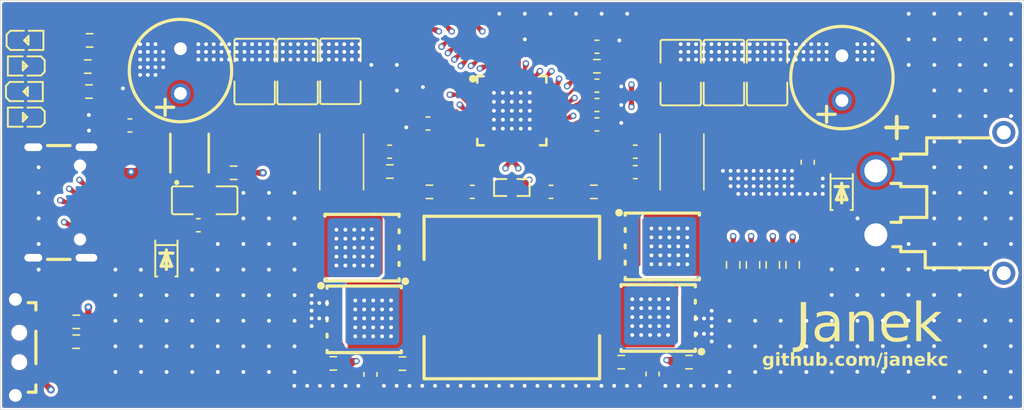
<source format=kicad_pcb>
(kicad_pcb (version 20241229) (generator "pcbnew") (generator_version "9.0")
  (layers (0 "F.Cu" signal) (4 "In1.Cu" signal) (6 "In2.Cu" signal) (2 "B.Cu" signal) (13 "F.Paste" user) (15 "B.Paste" user) (5 "F.SilkS" user "F.Silkscreen") (7 "B.SilkS" user "B.Silkscreen") (1 "F.Mask" user) (3 "B.Mask" user) (25 "Edge.Cuts" user))
  (net 0 "")
  (net 1 "VBUS1")
  (net 2 "GND")
  (net 3 "VBUS")
  (net 4 "Net-(U1-CSN1)")
  (net 5 "Net-(U1-BST1)")
  (net 6 "LX1")
  (net 7 "Net-(C11-Pad1)")
  (net 8 "Net-(U1-BST2)")
  (net 9 "LX2")
  (net 10 "Net-(C13-Pad1)")
  (net 11 "Net-(U1-CSN2)")
  (net 12 "+BATT")
  (net 13 "Net-(U1-VCCIO)")
  (net 14 "Net-(U1-VCC5V)")
  (net 15 "NTC")
  (net 18 "Net-(LED1-+)")
  (net 19 "Net-(LED1--)")
  (net 20 "Net-(LED3-+)")
  (net 21 "Net-(QLB1-G)")
  (net 22 "VBUS-")
  (net 23 "Net-(QLT1-G)")
  (net 24 "Net-(QRB1-G)")
  (net 25 "-BATT")
  (net 26 "Net-(QRT1-G)")
  (net 27 "LED1")
  (net 28 "LED3")
  (net 29 "VBUSG")
  (net 30 "LED2")
  (net 31 "LG1")
  (net 32 "HG1")
  (net 33 "HG2")
  (net 34 "LG2")
  (net 35 "VSET")
  (net 36 "PSET")
  (net 37 "BAT_NUM")
  (net 38 "CC_BDO")
  (net 40 "CC1")
  (net 41 "DM")
  (net 44 "DP")
  (net 46 "CC2")
  (net 47 "EN")
  (net 51 "Net-(R19-Pad2)")
  (net 52 "Net-(R21-Pad2)")
  (net 53 "Net-(Q1-G)")
  (footprint "Capacitor_SMD:C_0603_1608Metric_Pad1.08x0.95mm_HandSolder" (layer "F.Cu") (at 115.15 64.8)
    (property "Reference" "C5" (hide yes))
    (property "Value" "100nF" (hide yes))
  )
  (footprint "Capacitor_SMD:C_0603_1608Metric_Pad1.08x0.95mm_HandSolder" (layer "F.Cu") (at 149.3 59.05 180)
    (property "Reference" "C14" (hide yes))
    (property "Value" "1uF" (hide yes))
  )
  (footprint "easyeda2kicad:DFN-8_L5.7-W5.1-P1.27-LS6.1-BL-2" (layer "F.Cu") (at 128.1 72.155 -90)
    (property "Reference" "QLB1" (hide yes))
    (property "Value" "HSBA6074" (hide yes))
  )
  (footprint "easyeda2kicad:C1210" (layer "F.Cu") (at 152.85 52.87 90)
    (property "Reference" "C19" (hide yes))
    (property "Value" "22uF" (hide yes))
  )
  (footprint "easyeda2kicad:KEY-TH_K2-1112SW-AXXW-XX" (layer "F.Cu") (at 101.65 74.35 180)
    (property "Reference" "SW1" (hide yes))
    (property "Value" "K2-1112SW-A4SW-04" (hide yes))
  )
  (footprint "Resistor_SMD:R_0603_1608Metric_Pad0.98x0.95mm_HandSolder" (layer "F.Cu") (at 133.2125 62.19)
    (property "Reference" "R10" (hide yes))
    (property "Value" "0R" (hide yes))
  )
  (footprint "Resistor_SMD:R_0603_1608Metric_Pad0.98x0.95mm_HandSolder" (layer "F.Cu") (at 106.65 50.35)
    (property "Reference" "R2" (hide yes))
    (property "Value" "0R" (hide yes))
  )
  (footprint "Capacitor_SMD:C_0603_1608Metric_Pad1.08x0.95mm_HandSolder" (layer "F.Cu") (at 128.6 76.46 -90)
    (property "Reference" "C11" (hide yes))
    (property "Value" "3.3nF" (hide yes))
  )
  (footprint "easyeda2kicad:DFN-8_L3.0-W3.0-P0.65-BL_VBQFXXXX" (layer "F.Cu") (at 114.46 59.23)
    (property "Reference" "Q1" (hide yes))
    (property "Value" "RU3030M2-VB" (hide yes))
  )
  (footprint "easyeda2kicad:C1210" (layer "F.Cu") (at 126.25 52.77 90)
    (property "Reference" "C6" (hide yes))
    (property "Value" "22uF" (hide yes))
  )
  (footprint "Resistor_SMD:R_0603_1608Metric_Pad0.98x0.95mm_HandSolder" (layer "F.Cu") (at 146.0625 62.19 180)
    (property "Reference" "R11" (hide yes))
    (property "Value" "0R" (hide yes))
  )
  (footprint "Resistor_SMD:R_0603_1608Metric_Pad0.98x0.95mm_HandSolder" (layer "F.Cu") (at 131.1 75.615 180)
    (property "Reference" "R7" (hide yes))
    (property "Value" "2R" (hide yes))
  )
  (footprint "easyeda2kicad:SOD-123_L2.6-W1.6-LS3.5-RD" (layer "F.Cu") (at 165.43 62.2 -90)
    (property "Reference" "D2" (hide yes))
    (property "Value" "SMF30A_C364281" (hide yes))
  )
  (footprint "Capacitor_SMD:C_0603_1608Metric_Pad1.08x0.95mm_HandSolder" (layer "F.Cu") (at 149.3 60.65)
    (property "Reference" "R12" (hide yes))
    (property "Value" "10R" (hide yes))
  )
  (footprint "easyeda2kicad:QFN-40_L5.0-W5.0-P0.40-TL-EP3.7" (layer "F.Cu") (at 139.65 55.85)
    (property "Reference" "U1" (hide yes))
    (property "Value" "IP2366 (I2C VERSION)" (hide yes))
  )
  (footprint "Capacitor_SMD:C_0603_1608Metric_Pad1.08x0.95mm_HandSolder" (layer "F.Cu") (at 142.7125 62.19 180)
    (property "Reference" "C12" (hide yes))
    (property "Value" "100nF" (hide yes))
  )
  (footprint "Resistor_SMD:R_0603_1608Metric_Pad0.98x0.95mm_HandSolder" (layer "F.Cu") (at 161.6 67.9 -90)
    (property "Reference" "R15" (hide yes))
    (property "Value" "9.1k" (hide yes))
  )
  (footprint "Capacitor_SMD:C_0603_1608Metric_Pad1.08x0.95mm_HandSolder" (layer "F.Cu") (at 146.3 53.89 180)
    (property "Reference" "C15" (hide yes))
    (property "Value" "2.2uF" (hide yes))
  )
  (footprint "easyeda2kicad:LED0603-RD" (layer "F.Cu") (at 101.65 52.35 180)
    (property "Reference" "LED2" (hide yes))
    (property "Value" "50%" (hide yes))
  )
  (footprint "Capacitor_SMD:C_0603_1608Metric_Pad1.08x0.95mm_HandSolder" (layer "F.Cu") (at 146.3 55.4 180)
    (property "Reference" "C16" (hide yes))
    (property "Value" "2.2uF" (hide yes))
  )
  (footprint "Resistor_SMD:R_0603_1608Metric_Pad0.98x0.95mm_HandSolder" (layer "F.Cu") (at 117.9 60.7 180)
    (property "Reference" "R3" (hide yes))
    (property "Value" "0R" (hide yes))
  )
  (footprint "easyeda2kicad:C1210" (layer "F.Cu") (at 119.55 52.785 90)
    (property "Reference" "C2" (hide yes))
    (property "Value" "22uF" (hide yes))
  )
  (footprint "easyeda2kicad:LED0603-RD" (layer "F.Cu") (at 101.6 54.35)
    (property "Reference" "LED3" (hide yes))
    (property "Value" "75%" (hide yes))
  )
  (footprint "easyeda2kicad:C1210" (layer "F.Cu") (at 122.905 52.785 90)
    (property "Reference" "C4" (hide yes))
    (property "Value" "22uF" (hide yes))
  )
  (footprint "Capacitor_SMD:C_0603_1608Metric_Pad1.08x0.95mm_HandSolder" (layer "F.Cu") (at 146.3 50.85)
    (property "Reference" "C21" (hide yes))
    (property "Value" "100nF" (hide yes))
  )
  (footprint "Capacitor_SMD:C_0603_1608Metric_Pad1.08x0.95mm_HandSolder" (layer "F.Cu") (at 146.3 56.92 180)
    (property "Reference" "C17" (hide yes))
    (property "Value" "2.2uF" (hide yes))
  )
  (footprint "Resistor_SMD:R_0603_1608Metric_Pad0.98x0.95mm_HandSolder" (layer "F.Cu") (at 106.5 52.4)
    (property "Reference" "R1" (hide yes))
    (property "Value" "100R" (hide yes))
  )
  (footprint "Resistor_SMD:R_0603_1608Metric_Pad0.98x0.95mm_HandSolder" (layer "F.Cu") (at 148.2 75.5)
    (property "Reference" "R9" (hide yes))
    (property "Value" "2R" (hide yes))
  )
  (footprint "Resistor_SMD:R_0603_1608Metric_Pad0.98x0.95mm_HandSolder" (layer "F.Cu") (at 105.6 73.9 180)
    (property "Reference" "R20" (hide yes))
    (property "Value" "10k" (hide yes))
  )
  (footprint "easyeda2kicad:CAP-TH_BD8.0-P3.50-D0.6-FD" (layer "F.Cu") (at 113.75 52.75 90)
    (property "Reference" "C1" (hide yes))
    (property "Value" "220uF" (hide yes))
  )
  (footprint "Resistor_SMD:R_0603_1608Metric_Pad0.98x0.95mm_HandSolder" (layer "F.Cu") (at 158.5 67.9 -90)
    (property "Reference" "R16" (hide yes))
    (property "Value" "27k" (hide yes))
  )
  (footprint "easyeda2kicad:R0603" (layer "F.Cu") (at 139.65 61.85 180)
    (property "Reference" "RNTC1" (hide yes))
    (property "Value" "10k" (hide yes))
  )
  (footprint "Resistor_SMD:R_0603_1608Metric_Pad0.98x0.95mm_HandSolder" (layer "F.Cu") (at 105.6125 72.35 180)
    (property "Reference" "R19" (hide yes))
    (property "Value" "43k" (hide yes))
  )
  (footprint "easyeda2kicad:SOD-123_L2.6-W1.6-LS3.5-RD" (layer "F.Cu") (at 112.65 67.4 -90)
    (property "Reference" "D1" (hide yes))
    (property "Value" "SMF30A_C364281" (hide yes))
  )
  (footprint "Resistor_SMD:R_2512_6332Metric_Pad1.40x3.35mm_HandSolder" (layer "F.Cu") (at 126.35 59.85 -90)
    (property "Reference" "R5" (hide yes))
    (property "Value" "5m" (hide yes))
  )
  (footprint "Capacitor_SMD:C_0603_1608Metric_Pad1.08x0.95mm_HandSolder" (layer "F.Cu") (at 130.1 59.05 180)
    (property "Reference" "C9" (hide yes))
    (property "Value" "1uF" (hide yes))
  )
  (footprint "Capacitor_SMD:C_0603_1608Metric_Pad1.08x0.95mm_HandSolder" (layer "F.Cu") (at 133.1 56.85 180)
    (property "Reference" "C8" (hide yes))
    (property "Value" "2.2uF" (hide yes))
  )
  (footprint "Resistor_SMD:R_0603_1608Metric_Pad0.98x0.95mm_HandSolder" (layer "F.Cu") (at 125.7 75.6)
    (property "Reference" "R8" (hide yes))
    (property "Value" "0R" (hide yes))
  )
  (footprint "Resistor_SMD:R_0603_1608Metric_Pad0.98x0.95mm_HandSolder" (layer "F.Cu") (at 106.6 54.35 180)
    (property "Reference" "R4" (hide yes))
    (property "Value" "100R" (hide yes))
  )
  (footprint "easyeda2kicad:CAP-TH_BD8.0-P3.50-D0.6-FD" (layer "F.Cu") (at 165.45 53.3 90)
    (property "Reference" "C23" (hide yes))
    (property "Value" "220uF" (hide yes))
  )
  (footprint "easyeda2kicad:C1210" (layer "F.Cu") (at 156.225 52.87 90)
    (property "Reference" "C20" (hide yes))
    (property "Value" "22uF" (hide yes))
  )
  (footprint "easyeda2kicad:LED0603-RD" (layer "F.Cu") (at 101.65 50.35)
    (property "Reference" "LED1" (hide yes))
    (property "Value" "25%" (hide yes))
  )
  (footprint "Resistor_SMD:R_0603_1608Metric_Pad0.98x0.95mm_HandSolder" (layer "F.Cu") (at 130.1125 60.6 180)
    (property "Reference" "R6" (hide yes))
    (property "Value" "10R" (hide yes))
  )
  (footprint "Capacitor_SMD:C_0603_1608Metric_Pad1.08x0.95mm_HandSolder" (layer "F.Cu") (at 136.5625 62.19)
    (property "Reference" "C10" (hide yes))
    (property "Value" "100nF" (hide yes))
  )
  (footprint "easyeda2kicad:C1210" (layer "F.Cu") (at 159.6 52.87 90)
    (property "Reference" "C22" (hide yes))
    (property "Value" "22uF" (hide yes))
  )
  (footprint "Resistor_SMD:R_0603_1608Metric_Pad0.98x0.95mm_HandSolder" (layer "F.Cu") (at 156.95 67.9 -90)
    (property "Reference" "R18" (hide yes))
    (property "Value" "1k" (hide yes))
  )
  (footprint "easyeda2kicad:DFN-8_L5.7-W5.1-P1.27-LS6.1-BL-2" (layer "F.Cu") (at 151.4 66.45 -90)
    (property "Reference" "QRT1" (hide yes))
    (property "Value" "HSBA6074" (hide yes))
  )
  (footprint "Resistor_SMD:R_2512_6332Metric_Pad1.40x3.35mm_HandSolder" (layer "F.Cu") (at 152.95 59.85 90)
    (property "Reference" "R13" (hide yes))
    (property "Value" "5m" (hide yes))
  )
  (footprint "Capacitor_SMD:C_0603_1608Metric_Pad1.08x0.95mm_HandSolder" (layer "F.Cu") (at 150.65 76.425 -90)
    (property "Reference" "C13" (hide yes))
    (property "Value" "3.3nF" (hide yes))
  )
  (footprint "easyeda2kicad:C1206" (layer "F.Cu") (at 115.64 62.85)
    (property "Reference" "C3" (hide yes))
    (property "Value" "10uF" (hide yes))
  )
  (footprint "easyeda2kicad:DFN-8_L5.7-W5.1-P1.27-LS6.1-BL-2" (layer "F.Cu") (at 127.95 66.55 90)
    (property "Reference" "QLT1" (hide yes))
    (property "Value" "HSBA6074" (hide yes))
  )
  (footprint "easyeda2kicad:DFN-8_L5.7-W5.1-P1.27-LS6.1-BL-2" (layer "F.Cu") (at 151.1 72.05 90)
    (property "Reference" "QRB1" (hide yes))
    (property "Value" "HSBA6074" (hide yes))
  )
  (footprint "Resistor_SMD:R_0603_1608Metric_Pad0.98x0.95mm_HandSolder" (layer "F.Cu") (at 160.05 67.9 -90)
    (property "Reference" "R17" (hide yes))
    (property "Value" "27k" (hide yes))
  )
  (footprint "easyeda2kicad:USB-C-SMD_TYPE-C16PIN" (layer "F.Cu") (at 104.61 63.02 -90)
    (property "Reference" "USB1" (hide yes))
    (property "Value" "TYPE-C16PIN" (hide yes))
  )
  (footprint "easyeda2kicad:IND-SMD_L13.5-W12.5" (layer "F.Cu") (at 139.65 70.45)
    (property "Reference" "L1" (hide yes))
    (property "Value" "10uH" (hide yes))
  )
  (footprint "Capacitor_SMD:C_0603_1608Metric_Pad1.08x0.95mm_HandSolder" (layer "F.Cu") (at 162.775 59.875 -90)
    (property "Reference" "C18" (hide yes))
    (property "Value" "100nF" (hide yes))
  )
  (footprint "Resistor_SMD:R_0603_1608Metric_Pad0.98x0.95mm_HandSolder" (layer "F.Cu") (at 146.3 52.37)
    (property "Reference" "R21" (hide yes))
    (property "Value" "0R" (hide yes))
  )
  (footprint "Capacitor_SMD:C_0603_1608Metric_Pad1.08x0.95mm_HandSolder" (layer "F.Cu") (at 109.8 57 180)
    (property "Reference" "C7" (hide yes))
    (property "Value" "100nF" (hide yes))
  )
  (footprint "easyeda2kicad:CONN-TH_XT30PW-M" (layer "F.Cu") (at 173.1 63.05 90)
    (property "Reference" "CN1" (hide yes))
    (property "Value" "XT30PW-M" (hide yes))
  )
  (footprint "Resistor_SMD:R_0603_1608Metric_Pad0.98x0.95mm_HandSolder" (layer "F.Cu") (at 153.5 75.5 180)
    (property "Reference" "R14" (hide yes))
    (property "Value" "0R" (hide yes))
  )
  (footprint "easyeda2kicad:LED0603-RD" (layer "F.Cu") (at 101.65 56.35 180)
    (property "Reference" "LED4" (hide yes))
    (property "Value" "100%" (hide yes))
  )
  (gr_poly (pts (xy 126.85 69.55) (xy 126.65 69.75) (xy 126.65 73.95) (xy 126.85 74.15) (xy 130.65 74.15) (xy 130.85 73.95) (xy 130.85 69.75) (xy 130.65 69.55)) (fill yes) (layer "B.Cu") (net 6))
  (gr_poly (pts (xy 150.05 64.15) (xy 149.85 64.35) (xy 149.85 68.55) (xy 150.05 68.75) (xy 153.85 68.75) (xy 154.05 68.55) (xy 154.05 64.35) (xy 153.85 64.15)) (fill yes) (layer "B.Cu") (net 25))
  (gr_poly (pts (xy 148.627 69.55) (xy 148.427 69.75) (xy 148.427 73.95) (xy 148.627 74.15) (xy 152.427 74.15) (xy 152.627 73.95) (xy 152.627 69.75) (xy 152.427 69.55)) (fill yes) (layer "B.Cu") (net 9))
  (gr_poly (pts (xy 125.45 64.25) (xy 125.25 64.45) (xy 125.25 68.65) (xy 125.45 68.85) (xy 129.25 68.85) (xy 129.45 68.65) (xy 129.45 64.45) (xy 129.25 64.25)) (fill yes) (layer "B.Cu") (net 22))
  (gr_rect (start 99.67 47.22) (end 179.67 79.22) (stroke (width 0.05)) (fill no) (layer "Edge.Cuts"))
  (gr_text "github.com/janekc" (at 159.2 75.95 0) (layer "F.SilkS") (effects (font (size 1 1) (thickness 0.2) (bold yes)) (justify left bottom)))
  (gr_text "Janek" (at 161.825 74.375 0) (layer "F.SilkS") (effects (font (size 3 3) (thickness 0.1)) (justify left bottom)))
  (gr_text "+" (at 169.9 55.6 -90) (layer "F.SilkS") (effects (font (size 2.2 2.2) (thickness 0.3)) (justify left)))
  (segment (start 135.342 55.843) (end 131.857 55.843) (width 0.2) (layer "F.Cu") (net 1))
  (segment (start 128.55 59.551) (end 129.051 59.051) (width 0.254) (layer "F.Cu") (net 1))
  (segment (start 126.65 59.551) (end 128.55 59.551) (width 0.254) (layer "F.Cu") (net 1))
  (segment (start 135.949 57.25) (end 134.953 58.246) (width 0.2) (layer "F.Cu") (net 1))
  (segment (start 126.35 59.249) (end 126.65 59.551) (width 0.254) (layer "F.Cu") (net 1))
  (segment (start 137.049 56.45) (end 135.949 56.45) (width 0.2) (layer "F.Cu") (net 1))
  (segment (start 129.051 59.051) (end 129.449 59.051) (width 0.254) (layer "F.Cu") (net 1))
  (segment (start 137.049 57.25) (end 135.949 57.25) (width 0.2) (layer "F.Cu") (net 1))
  (segment (start 126.35 56.785) (end 126.35 59.249) (width 0.254) (layer "F.Cu") (net 1))
  (segment (start 135.949 56.45) (end 135.342 55.843) (width 0.2) (layer "F.Cu") (net 1))
  (segment (start 132.952 57.75) (end 127.3 57.75) (width 0.254) (layer "F.Cu") (net 1))
  (segment (start 131.857 55.843) (end 130.351 57.349) (width 0.2) (layer "F.Cu") (net 1))
  (segment (start 130.351 57.349) (end 126.899 57.349) (width 0.2) (layer "F.Cu") (net 1))
  (segment (start 137.049 56.851) (end 133.851 56.851) (width 0.2) (layer "F.Cu") (net 1))
  (segment (start 137.049 56.851) (end 137.049 56.851) (width 0.2) (layer "F.Cu") (net 1))
  (segment (start 134.953 58.246) (end 130.254 58.246) (width 0.2) (layer "F.Cu") (net 1))
  (segment (start 127.3 57.75) (end 126.35 56.8) (width 0.254) (layer "F.Cu") (net 1))
  (segment (start 130.254 58.246) (end 129.449 59.051) (width 0.2) (layer "F.Cu") (net 1))
  (segment (start 126.899 57.349) (end 126.35 56.8) (width 0.2) (layer "F.Cu") (net 1))
  (segment (start 133.851 56.851) (end 132.952 57.75) (width 0.254) (layer "F.Cu") (net 1))
  (segment (start 138.31 61.2) (end 138.31 61.26) (width 0.254) (layer "F.Cu") (net 2))
  (segment (start 139.851 55.65) (end 139.65 55.85) (width 0.2) (layer "F.Cu") (net 2))
  (segment (start 142.251 55.65) (end 139.851 55.65) (width 0.2) (layer "F.Cu") (net 2))
  (segment (start 131.7 56.85) (end 132.2375 56.85) (width 0.4) (layer "F.Cu") (net 2))
  (segment (start 138.31 61.26) (end 138.9 61.85) (width 0.254) (layer "F.Cu") (net 2))
  (segment (start 131.4 57.15) (end 131.7 56.85) (width 0.4) (layer "F.Cu") (net 2))
  (via (at 154.65 77.35) (size 0.5) (drill 0.3) (layers "F.Cu" "B.Cu") (net 2))
  (via (at 170.65 76.25) (size 0.5) (drill 0.3) (layers "F.Cu" "B.Cu") (net 2))
  (via (at 111.2 51.85) (size 0.5) (drill 0.3) (layers "F.Cu" "B.Cu") (net 2))
  (via (at 140.65 77.35) (size 0.5) (drill 0.3) (layers "F.Cu" "B.Cu") (net 2))
  (via (at 123.55 51.85) (size 0.5) (drill 0.3) (layers "F.Cu" "B.Cu") (net 2))
  (via (at 130.667 52.267) (size 0.5) (drill 0.3) (layers "F.Cu" "B.Cu") (net 2))
  (via (at 167.85 50.65) (size 0.5) (drill 0.3) (layers "F.Cu" "B.Cu") (net 2))
  (via (at 159.15 61.75) (size 0.5) (drill 0.3) (layers "F.Cu" "B.Cu") (net 2))
  (via (at 167.85 51.25) (size 0.5) (drill 0.3) (layers "F.Cu" "B.Cu") (net 2))
  (via (at 155.269 71.485) (size 0.5) (drill 0.3) (layers "F.Cu" "B.Cu") (net 2))
  (via (at 111.8 51.25) (size 0.5) (drill 0.3) (layers "F.Cu" "B.Cu") (net 2))
  (via (at 121.75 50.65) (size 0.5) (drill 0.3) (layers "F.Cu" "B.Cu") (net 2))
  (via (at 138.249 54.452) (size 0.5) (drill 0.3) (layers "F.Cu" "B.Cu") (net 2))
  (via (at 118.15 51.25) (size 0.5) (drill 0.3) (layers "F.Cu" "B.Cu") (net 2))
  (via (at 121.15 51.85) (size 0.5) (drill 0.3) (layers "F.Cu" "B.Cu") (net 2))
  (via (at 122.667 70.267) (size 0.5) (drill 0.3) (layers "F.Cu" "B.Cu") (net 2))
  (via (at 163.95 61.75) (size 0.5) (drill 0.3) (layers "F.Cu" "B.Cu") (net 2))
  (via (at 170.65 74.25) (size 0.5) (drill 0.3) (layers "F.Cu" "B.Cu") (net 2))
  (via (at 158.55 61.15) (size 0.5) (drill 0.3) (layers "F.Cu" "B.Cu") (net 2))
  (via (at 122.667 74.267) (size 0.5) (drill 0.3) (layers "F.Cu" "B.Cu") (net 2))
  (via (at 160.35 61.15) (size 0.5) (drill 0.3) (layers "F.Cu" "B.Cu") (net 2))
  (via (at 164.65 68.25) (size 0.5) (drill 0.3) (layers "F.Cu" "B.Cu") (net 2))
  (via (at 118.667 74.267) (size 0.5) (drill 0.3) (layers "F.Cu" "B.Cu") (net 2))
  (via (at 160.35 62.35) (size 0.5) (drill 0.3) (layers "F.Cu" "B.Cu") (net 2))
  (via (at 149.65 77.35) (size 0.5) (drill 0.3) (layers "F.Cu" "B.Cu") (net 2))
  (via (at 141.049 55.152) (size 0.5) (drill 0.3) (layers "F.Cu" "B.Cu") (net 2))
  (via (at 164.667 76.267) (size 0.5) (drill 0.3) (layers "F.Cu" "B.Cu") (net 2))
  (via (at 111.8 50.65) (size 0.5) (drill 0.3) (layers "F.Cu" "B.Cu") (net 2))
  (via (at 153.45 50.65) (size 0.5) (drill 0.3) (layers "F.Cu" "B.Cu") (net 2))
  (via (at 111.2 52.45) (size 0.5) (drill 0.3) (layers "F.Cu" "B.Cu") (net 2))
  (via (at 120.667 68.267) (size 0.5) (drill 0.3) (layers "F.Cu" "B.Cu") (net 2))
  (via (at 114.66 68.27) (size 0.5) (drill 0.3) (layers "F.Cu" "B.Cu") (net 2))
  (via (at 102.667 68.267) (size 0.5) (drill 0.3) (layers "F.Cu" "B.Cu") (net 2))
  (via (at 176.667 66.267) (size 0.5) (drill 0.3) (layers "F.Cu" "B.Cu") (net 2))
  (via (at 160.95 61.15) (size 0.5) (drill 0.3) (layers "F.Cu" "B.Cu") (net 2))
  (via (at 158.25 50.65) (size 0.5) (drill 0.3) (layers "F.Cu" "B.Cu") (net 2))
  (via (at 156.667 72.267) (size 0.5) (drill 0.3) (layers "F.Cu" "B.Cu") (net 2))
  (via (at 110.667 70.267) (size 0.5) (drill 0.3) (layers "F.Cu" "B.Cu") (net 2))
  (via (at 174.667 58.267) (size 0.5) (drill 0.3) (layers "F.Cu" "B.Cu") (net 2))
  (via (at 127.65 77.35) (size 0.5) (drill 0.3) (layers "F.Cu" "B.Cu") (net 2))
  (via (at 178.65 76.25) (size 0.5) (drill 0.3) (layers "F.Cu" "B.Cu") (net 2))
  (via (at 174.65 72.25) (size 0.5) (drill 0.3) (layers "F.Cu" "B.Cu") (net 2))
  (via (at 118.667 72.267) (size 0.5) (drill 0.3) (layers "F.Cu" "B.Cu") (net 2))
  (via (at 134.65 77.35) (size 0.5) (drill 0.3) (layers "F.Cu" "B.Cu") (net 2))
  (via (at 122.667 76.267) (size 0.5) (drill 0.3) (layers "F.Cu" "B.Cu") (net 2))
  (via (at 163.65 51.25) (size 0.5) (drill 0.3) (layers "F.Cu" "B.Cu") (net 2))
  (via (at 115.15 51.85) (size 0.5) (drill 0.3) (layers "F.Cu" "B.Cu") (net 2))
  (via (at 172.667 54.267) (size 0.5) (drill 0.3) (layers "F.Cu" "B.Cu") (net 2))
  (via (at 170.65 70.25) (size 0.5) (drill 0.3) (layers "F.Cu" "B.Cu") (net 2))
  (via (at 127.75 51.25) (size 0.5) (drill 0.3) (layers "F.Cu" "B.Cu") (net 2))
  (via (at 176.65 78.25) (size 0.5) (drill 0.3) (layers "F.Cu" "B.Cu") (net 2))
  (via (at 102.667 66.267) (size 0.5) (drill 0.3) (layers "F.Cu" "B.Cu") (net 2))
  (via (at 130.65 77.35) (size 0.5) (drill 0.3) (layers "F.Cu" "B.Cu") (net 2))
  (via (at 178.667 64.267) (size 0.5) (drill 0.3) (layers "F.Cu" "B.Cu") (net 2))
  (via (at 139.649 57.252) (size 0.5) (drill 0.3) (layers "F.Cu" "B.Cu") (net 2))
  (via (at 123.65 77.35) (size 0.5) (drill 0.3) (layers "F.Cu" "B.Cu") (net 2))
  (via (at 116.667 66.267) (size 0.5) (drill 0.3) (layers "F.Cu" "B.Cu") (net 2))
  (via (at 168.65 68.25) (size 0.5) (drill 0.3) (layers "F.Cu" "B.Cu") (net 2))
  (via (at 124.75 51.25) (size 0.5) (drill 0.3) (layers "F.Cu" "B.Cu") (net 2))
  (via (at 174.65 70.25) (size 0.5) (drill 0.3) (layers "F.Cu" "B.Cu") (net 2))
  (via (at 164.25 51.85) (size 0.5) (drill 0.3) (layers "F.Cu" "B.Cu") (net 2))
  (via (at 136.65 77.35) (size 0.5) (drill 0.3) (layers "F.Cu" "B.Cu") (net 2))
  (via (at 176.65 76.25) (size 0.5) (drill 0.3) (layers "F.Cu" "B.Cu") (net 2))
  (via (at 160.95 61.75) (size 0.5) (drill 0.3) (layers "F.Cu" "B.Cu") (net 2))
  (via (at 119.95 51.25) (size 0.5) (drill 0.3) (layers "F.Cu" "B.Cu") (net 2))
  (via (at 174.65 68.25) (size 0.5) (drill 0.3) (layers "F.Cu" "B.Cu") (net 2))
  (via (at 116.95 51.85) (size 0.5) (drill 0.3) (layers "F.Cu" "B.Cu") (net 2))
  (via (at 174.667 62.267) (size 0.5) (drill 0.3) (layers "F.Cu" "B.Cu") (net 2))
  (via (at 176.673 50.273) (size 0.5) (drill 0.3) (layers "F.Cu" "B.Cu") (net 2))
  (via (at 178.667 54.267) (size 0.5) (drill 0.3) (layers "F.Cu" "B.Cu") (net 2))
  (via (at 178.667 66.267) (size 0.5) (drill 0.3) (layers "F.Cu" "B.Cu") (net 2))
  (via (at 114.667 74.267) (size 0.5) (drill 0.3) (layers "F.Cu" "B.Cu") (net 2))
  (via (at 157.95 62.35) (size 0.5) (drill 0.3) (layers "F.Cu" "B.Cu") (net 2))
  (via (at 112.4 51.85) (size 0.5) (drill 0.3) (layers "F.Cu" "B.Cu") (net 2))
  (via (at 166.65 50.65) (size 0.5) (drill 0.3) (layers "F.Cu" "B.Cu") (net 2))
  (via (at 140.349 54.452) (size 0.5) (drill 0.3) (layers "F.Cu" "B.Cu") (net 2))
  (via (at 141.049 54.452) (size 0.5) (drill 0.3) (layers "F.Cu" "B.Cu") (net 2))
  (via (at 164.25 50.65) (size 0.5) (drill 0.3) (layers "F.Cu" "B.Cu") (net 2))
  (via (at 159.75 61.15) (size 0.5) (drill 0.3) (layers "F.Cu" "B.Cu") (net 2))
  (via (at 158.85 51.25) (size 0.5) (drill 0.3) (layers "F.Cu" "B.Cu") (net 2))
  (via (at 159.15 62.35) (size 0.5) (drill 0.3) (layers "F.Cu" "B.Cu") (net 2))
  (via (at 122.667 64.267) (size 0.5) (drill 0.3) (layers "F.Cu" "B.Cu") (net 2))
  (via (at 121.75 51.25) (size 0.5) (drill 0.3) (layers "F.Cu" "B.Cu") (net 2))
  (via (at 167.85 51.85) (size 0.5) (drill 0.3) (layers "F.Cu" "B.Cu") (net 2))
  (via (at 138.949 55.152) (size 0.5) (drill 0.3) (layers "F.Cu" "B.Cu") (net 2))
  (via (at 174.673 50.273) (size 0.5) (drill 0.3) (layers "F.Cu" "B.Cu") (net 2))
  (via (at 168.65 76.25) (size 0.5) (drill 0.3) (layers "F.Cu" "B.Cu") (net 2))
  (via (at 158.55 61.75) (size 0.5) (drill 0.3) (layers "F.Cu" "B.Cu") (net 2))
  (via (at 115.15 50.65) (size 0.5) (drill 0.3) (layers "F.Cu" "B.Cu") (net 2))
  (via (at 115.75 51.85) (size 0.5) (drill 0.3) (layers "F.Cu" "B.Cu") (net 2))
  (via (at 160.05 50.65) (size 0.5) (drill 0.3) (layers "F.Cu" "B.Cu") (net 2))
  (via (at 172.667 60.267) (size 0.5) (drill 0.3) (layers "F.Cu" "B.Cu") (net 2))
  (via (at 156.15 60.55) (size 0.5) (drill 0.3) (layers "F.Cu" "B.Cu") (net 2))
  (via (at 110.6 51.85) (size 0.5) (drill 0.3) (layers "F.Cu" "B.Cu") (net 2))
  (via (at 176.667 60.267) (size 0.5) (drill 0.3) (layers "F.Cu" "B.Cu") (net 2))
  (via (at 130.667 54.267) (size 0.5) (drill 0.3) (layers "F.Cu" "B.Cu") (net 2))
  (via (at 160.667 74.267) (size 0.5) (drill 0.3) (layers "F.Cu" "B.Cu") (net 2))
  (via (at 116.667 72.267) (size 0.5) (drill 0.3) (layers "F.Cu" "B.Cu") (net 2))
  (via (at 112.667 76.267) (size 0.5) (drill 0.3) (layers "F.Cu" "B.Cu") (net 2))
  (via (at 117.55 51.85) (size 0.5) (drill 0.3) (layers "F.Cu" "B.Cu") (net 2))
  (via (at 124.75 51.85) (size 0.5) (drill 0.3) (layers "F.Cu" "B.Cu") (net 2))
  (via (at 120.667 66.267) (size 0.5) (drill 0.3) (layers "F.Cu" "B.Cu") (net 2))
  (via (at 161.55 62.35) (size 0.5) (drill 0.3) (layers "F.Cu" "B.Cu") (net 2))
  (via (at 125.65 77.35) (size 0.5) (drill 0.3) (layers "F.Cu" "B.Cu") (net 2))
  (via (at 111.8 52.45) (size 0.5) (drill 0.3) (layers "F.Cu" "B.Cu") (net 2))
  (via (at 140.349 57.252) (size 0.5) (drill 0.3) (layers "F.Cu" "B.Cu") (net 2))
  (via (at 174.667 64.267) (size 0.5) (drill 0.3) (layers "F.Cu" "B.Cu") (net 2))
  (via (at 153.45 51.25) (size 0.5) (drill 0.3) (layers "F.Cu" "B.Cu") (net 2))
  (via (at 170.67 52.27) (size 0.5) (drill 0.3) (layers "F.Cu" "B.Cu") (net 2))
  (via (at 172.65 68.25) (size 0.5) (drill 0.3) (layers "F.Cu" "B.Cu") (net 2))
  (via (at 157.65 50.65) (size 0.5) (drill 0.3) (layers "F.Cu" "B.Cu") (net 2))
  (via (at 111.2 53.05) (size 0.5) (drill 0.3) (layers "F.Cu" "B.Cu") (net 2))
  (via (at 162.667 74.267) (size 0.5) (drill 0.3) (layers "F.Cu" "B.Cu") (net 2))
  (via (at 163.35 62.35) (size 0.5) (drill 0.3) (layers "F.Cu" "B.Cu") (net 2))
  (via (at 133.65 77.35) (size 0.5) (drill 0.3) (layers "F.Cu" "B.Cu") (net 2))
  (via (at 124 71.48) (size 0.5) (drill 0.3) (layers "F.Cu" "B.Cu") (net 2))
  (via (at 122.95 50.65) (size 0.5) (drill 0.3) (layers "F.Cu" "B.Cu") (net 2))
  (via (at 119.35 51.85) (size 0.5) (drill 0.3) (layers "F.Cu" "B.Cu") (net 2))
  (via (at 178.667 62.267) (size 0.5) (drill 0.3) (layers "F.Cu" "B.Cu") (net 2))
  (via (at 158.85 51.85) (size 0.5) (drill 0.3) (layers "F.Cu" "B.Cu") (net 2))
  (via (at 111.8 51.85) (size 0.5) (drill 0.3) (layers "F.Cu" "B.Cu") (net 2))
  (via (at 156.75 61.15) (size 0.5) (drill 0.3) (layers "F.Cu" "B.Cu") (net 2))
  (via (at 163.95 62.35) (size 0.5) (drill 0.3) (layers "F.Cu" "B.Cu") (net 2))
  (via (at 122.667 68.267) (size 0.5) (drill 0.3) (layers "F.Cu" "B.Cu") (net 2))
  (via (at 174.667 60.267) (size 0.5) (drill 0.3) (layers "F.Cu" "B.Cu") (net 2))
  (via (at 163.05 51.85) (size 0.5) (drill 0.3) (layers "F.Cu" "B.Cu") (net 2))
  (via (at 124 72.08) (size 0.5) (drill 0.3) (layers "F.Cu" "B.Cu") (net 2))
  (via (at 154.669 72.085) (size 0.5) (drill 0.3) (layers "F.Cu" "B.Cu") (net 2))
  (via (at 161.55 61.75) (size 0.5) (drill 0.3) (layers "F.Cu" "B.Cu") (net 2))
  (via (at 112.4 52.45) (size 0.5) (drill 0.3) (layers "F.Cu" "B.Cu") (net 2))
  (via (at 116.95 51.25) (size 0.5) (drill 0.3) (layers "F.Cu" "B.Cu") (net 2))
  (via (at 106.59 56.18) (size 0.5) (drill 0.3) (layers "F.Cu" "B.Cu") (net 2))
  (via (at 148.2 55.401999) (size 0.5) (drill 0.3) (layers "F.Cu" "B.Cu") (net 2))
  (via (at 120.667 64.267) (size 0.5) (drill 0.3) (layers "F.Cu" "B.Cu") (net 2))
  (via (at 158.667 72.267) (size 0.5) (drill 0.3) (layers "F.Cu" "B.Cu") (net 2))
  (via (at 152.85 50.65) (size 0.5) (drill 0.3) (layers "F.Cu" "B.Cu") (net 2))
  (via (at 108.66 72.27) (size 0.5) (drill 0.3) (layers "F.Cu" "B.Cu") (net 2))
  (via (at 142.667 48.267) (size 0.5) (drill 0.3) (layers "F.Cu" "B.Cu") (net 2))
  (via (at 163.05 50.65) (size 0.5) (drill 0.3) (layers "F.Cu" "B.Cu") (net 2))
  (via (at 161.25 51.25) (size 0.5) (drill 0.3) (layers "F.Cu" "B.Cu") (net 2))
  (via (at 121.75 51.85) (size 0.5) (drill 0.3) (layers "F.Cu" "B.Cu") (net 2))
  (via (at 178.667 48.267) (size 0.5) (drill 0.3) (layers "F.Cu" "B.Cu") (net 2))
  (via (at 174.667 56.267) (size 0.5) (drill 0.3) (layers "F.Cu" "B.Cu") (net 2))
  (via (at 176.67 52.27) (size 0.5) (drill 0.3) (layers "F.Cu" "B.Cu") (net 2))
  (via (at 176.65 74.25) (size 0.5) (drill 0.3) (layers "F.Cu" "B.Cu") (net 2))
  (via (at 174.65 78.25) (size 0.5) (drill 0.3) (layers "F.Cu" "B.Cu") (net 2))
  (via (at 124.15 50.65) (size 0.5) (drill 0.3) (layers "F.Cu" "B.Cu") (net 2))
  (via (at 139.649 55.152) (size 0.5) (drill 0.3) (layers "F.Cu" "B.Cu") (net 2))
  (via (at 138.949 56.552) (size 0.5) (drill 0.3) (layers "F.Cu" "B.Cu") (net 2))
  (via (at 178.67 52.27) (size 0.5) (drill 0.3) (layers "F.Cu" "B.Cu") (net 2))
  (via (at 172.67 52.27) (size 0.5) (drill 0.3) (layers "F.Cu" "B.Cu") (net 2))
  (via (at 155.269 72.685) (size 0.5) (drill 0.3) (layers "F.Cu" "B.Cu") (net 2))
  (via (at 148.05 50.35) (size 0.5) (drill 0.3) (layers "F.Cu" "B.Cu") (net 2))
  (via (at 172.673 50.273) (size 0.5) (drill 0.3) (layers "F.Cu" "B.Cu") (net 2))
  (via (at 176.667 68.267) (size 0.5) (drill 0.3) (layers "F.Cu" "B.Cu") (net 2))
  (via (at 160.67 76.27) (size 0.5) (drill 0.3) (layers "F.Cu" "B.Cu") (net 2))
  (via (at 155.85 51.25) (size 0.5) (drill 0.3) (layers "F.Cu" "B.Cu") (net 2))
  (via (at 120.67 62.27) (size 0.5) (drill 0.3) (layers "F.Cu" "B.Cu") (net 2))
  (via (at 166.65 68.25) (size 0.5) (drill 0.3) (layers "F.Cu" "B.Cu") (net 2))
  (via (at 111.2 51.25) (size 0.5) (drill 0.3) (layers "F.Cu" "B.Cu") (net 2))
  (via (at 152.85 51.85) (size 0.5) (drill 0.3) (layers "F.Cu" "B.Cu") (net 2))
  (via (at 124 70.88) (size 0.5) (drill 0.3) (layers "F.Cu" "B.Cu") (net 2))
  (via (at 172.667 64.267) (size 0.5) (drill 0.3) (layers "F.Cu" "B.Cu") (net 2))
  (via (at 148.667 48.267) (size 0.5) (drill 0.3) (layers "F.Cu" "B.Cu") (net 2))
  (via (at 138.949 57.252) (size 0.5) (drill 0.3) (layers "F.Cu" "B.Cu") (net 2))
  (via (at 156.75 60.55) (size 0.5) (drill 0.3) (layers "F.Cu" "B.Cu") (net 2))
  (via (at 123.55 50.65) (size 0.5) (drill 0.3) (layers "F.Cu" "B.Cu") (net 2))
  (via (at 140.667 50.267) (size 0.5) (drill 0.3) (layers "F.Cu" "B.Cu") (net 2))
  (via (at 166.667 64.267) (size 0.5) (drill 0.3) (layers "F.Cu" "B.Cu") (net 2))
  (via (at 126.55 51.25) (size 0.5) (drill 0.3) (layers "F.Cu" "B.Cu") (net 2))
  (via (at 170.65 72.25) (size 0.5) (drill 0.3) (layers "F.Cu" "B.Cu") (net 2))
  (via (at 164.65 70.25) (size 0.5) (drill 0.3) (layers "F.Cu" "B.Cu") (net 2))
  (via (at 119.95 51.85) (size 0.5) (drill 0.3) (layers "F.Cu" "B.Cu") (net 2))
  (via (at 115.75 51.25) (size 0.5) (drill 0.3) (layers "F.Cu" "B.Cu") (net 2))
  (via (at 106.6 57.4) (size 0.5) (drill 0.3) (layers "F.Cu" "B.Cu") (net 2))
  (via (at 146.65 77.35) (size 0.5) (drill 0.3) (layers "F.Cu" "B.Cu") (net 2))
  (via (at 122.35 51.85) (size 0.5) (drill 0.3) (layers "F.Cu" "B.Cu") (net 2))
  (via (at 168.65 70.25) (size 0.5) (drill 0.3) (layers "F.Cu" "B.Cu") (net 2))
  (via (at 116.66 68.27) (size 0.5) (drill 0.3) (layers "F.Cu" "B.Cu") (net 2))
  (via (at 116.35 50.65) (size 0.5) (drill 0.3) (layers "F.Cu" "B.Cu") (net 2))
  (via (at 132.7 54) (size 0.5) (drill 0.3) (layers "F.Cu" "B.Cu") (net 2))
  (via (at 132.65 77.35) (size 0.5) (drill 0.3) (layers "F.Cu" "B.Cu") (net 2))
  (via (at 118.667 70.267) (size 0.5) (drill 0.3) (layers "F.Cu" "B.Cu") (net 2))
  (via (at 139.649 56.552) (size 0.5) (drill 0.3) (layers "F.Cu" "B.Cu") (net 2))
  (via (at 153.45 51.85) (size 0.5) (drill 0.3) (layers "F.Cu" "B.Cu") (net 2))
  (via (at 156.75 61.75) (size 0.5) (drill 0.3) (layers "F.Cu" "B.Cu") (net 2))
  (via (at 170.67 48.27) (size 0.5) (drill 0.3) (layers "F.Cu" "B.Cu") (net 2))
  (via (at 120.55 51.85) (size 0.5) (drill 0.3) (layers "F.Cu" "B.Cu") (net 2))
  (via (at 110.667 74.267) (size 0.5) (drill 0.3) (layers "F.Cu" "B.Cu") (net 2))
  (via (at 126.55 50.65) (size 0.5) (drill 0.3) (layers "F.Cu" "B.Cu") (net 2))
  (via (at 174.667 66.267) (size 0.5) (drill 0.3) (layers "F.Cu" "B.Cu") (net 2))
  (via (at 172.667 58.267) (size 0.5) (drill 0.3) (layers "F.Cu" "B.Cu") (net 2))
  (via (at 158.55 62.35) (size 0.5) (drill 0.3) (layers "F.Cu" "B.Cu") (net 2))
  (via (at 129.65 77.35) (size 0.5) (drill 0.3) (layers "F.Cu" "B.Cu") (net 2))
  (via (at 158.25 51.25) (size 0.5) (drill 0.3) (layers "F.Cu" "B.Cu") (net 2))
  (via (at 145.65 77.35) (size 0.5) (drill 0.3) (layers "F.Cu" "B.Cu") (net 2))
  (via (at 174.65 76.25) (size 0.5) (drill 0.3) (layers "F.Cu" "B.Cu") (net 2))
  (via (at 138.667 48.267) (size 0.5) (drill 0.3) (layers "F.Cu" "B.Cu") (net 2))
  (via (at 157.35 61.75) (size 0.5) (drill 0.3) (layers "F.Cu" "B.Cu") (net 2))
  (via (at 144.667 48.267) (size 0.5) (drill 0.3) (layers "F.Cu" "B.Cu") (net 2))
  (via (at 118.667 66.267) (size 0.5) (drill 0.3) (layers "F.Cu" "B.Cu") (net 2))
  (via (at 155.269 73.285) (size 0.5) (drill 0.3) (layers "F.Cu" "B.Cu") (net 2))
  (via (at 157.95 61.15) (size 0.5) (drill 0.3) (layers "F.Cu" "B.Cu") (net 2))
  (via (at 158.25 51.85) (size 0.5) (drill 0.3) (layers "F.Cu" "B.Cu") (net 2))
  (via (at 122.95 51.85) (size 0.5) (drill 0.3) (layers "F.Cu" "B.Cu") (net 2))
  (via (at 161.25 51.85) (size 0.5) (drill 0.3) (layers "F.Cu" "B.Cu") (net 2))
  (via (at 178.667 60.267) (size 0.5) (drill 0.3) (layers "F.Cu" "B.Cu") (net 2))
  (via (at 124 72.68) (size 0.5) (drill 0.3) (layers "F.Cu" "B.Cu") (net 2))
  (via (at 160.65 51.25) (size 0.5) (drill 0.3) (layers "F.Cu" "B.Cu") (net 2))
  (via (at 110.667 72.267) (size 0.5) (drill 0.3) (layers "F.Cu" "B.Cu") (net 2))
  (via (at 125.95 51.85) (size 0.5) (drill 0.3) (layers "F.Cu" "B.Cu") (net 2))
  (via (at 159.15 61.15) (size 0.5) (drill 0.3) (layers "F.Cu" "B.Cu") (net 2))
  (via (at 155.25 51.85) (size 0.5) (drill 0.3) (layers "F.Cu" "B.Cu") (net 2))
  (via (at 138.249 55.152) (size 0.5) (drill 0.3) (layers "F.Cu" "B.Cu") (net 2))
  (via (at 161.85 51.25) (size 0.5) (drill 0.3) (layers "F.Cu" "B.Cu") (net 2))
  (via (at 156.45 51.25) (size 0.5) (drill 0.3) (layers "F.Cu" "B.Cu") (net 2))
  (via (at 157.95 60.55) (size 0.5) (drill 0.3) (layers "F.Cu" "B.Cu") (net 2))
  (via (at 166.65 51.85) (size 0.5) (drill 0.3) (layers "F.Cu" "B.Cu") (net 2))
  (via (at 156.65 77.35) (size 0.5) (drill 0.3) (layers "F.Cu" "B.Cu") (net 2))
  (via (at 125.35 51.85) (size 0.5) (drill 0.3) (layers "F.Cu" "B.Cu") (net 2))
  (via (at 124.65 77.35) (size 0.5) (drill 0.3) (layers "F.Cu" "B.Cu") (net 2))
  (via (at 163.65 51.85) (size 0.5) (drill 0.3) (layers "F.Cu" "B.Cu") (net 2))
  (via (at 159.45 51.25) (size 0.5) (drill 0.3) (layers "F.Cu" "B.Cu") (net 2))
  (via (at 162.45 51.25) (size 0.5) (drill 0.3) (layers "F.Cu" "B.Cu") (net 2))
  (via (at 102.667 64.267) (size 0.5) (drill 0.3) (layers "F.Cu" "B.Cu") (net 2))
  (via (at 164.25 51.25) (size 0.5) (drill 0.3) (layers "F.Cu" "B.Cu") (net 2))
  (via (at 119.95 50.65) (size 0.5) (drill 0.3) (layers "F.Cu" "B.Cu") (net 2))
  (via (at 172.65 70.25) (size 0.5) (drill 0.3) (layers "F.Cu" "B.Cu") (net 2))
  (via (at 156.45 50.65) (size 0.5) (drill 0.3) (layers "F.Cu" "B.Cu") (net 2))
  (via (at 162.67 76.27) (size 0.5) (drill 0.3) (layers "F.Cu" "B.Cu") (net 2))
  (via (at 141.049 55.852) (size 0.5) (drill 0.3) (layers "F.Cu" "B.Cu") (net 2))
  (via (at 131.4 57.15) (size 0.5) (drill 0.3) (layers "F.Cu" "B.Cu") (net 2))
  (via (at 162.667 72.267) (size 0.5) (drill 0.3) (layers "F.Cu" "B.Cu") (net 2))
  (via (at 108.667 76.267) (size 0.5) (drill 0.3) (layers "F.Cu" "B.Cu") (net 2))
  (via (at 118.667 68.267) (size 0.5) (drill 0.3) (layers "F.Cu" "B.Cu") (net 2))
  (via (at 154.05 51.25) (size 0.5) (drill 0.3) (layers "F.Cu" "B.Cu") (net 2))
  (via (at 161.55 60.55) (size 0.5) (drill 0.3) (layers "F.Cu" "B.Cu") (net 2))
  (via (at 151.65 77.35) (size 0.5) (drill 0.3) (layers "F.Cu" "B.Cu") (net 2))
  (via (at 157.35 62.35) (size 0.5) (drill 0.3) (layers "F.Cu" "B.Cu") (net 2))
  (via (at 110.6 53.05) (size 0.5) (drill 0.3) (layers "F.Cu" "B.Cu") (net 2))
  (via (at 125.35 51.25) (size 0.5) (drill 0.3) (layers "F.Cu" "B.Cu") (net 2))
  (via (at 138.949 55.852) (size 0.5) (drill 0.3) (layers "F.Cu" "B.Cu") (net 2))
  (via (at 116.667 70.267) (size 0.5) (drill 0.3) (layers "F.Cu" "B.Cu") (net 2))
  (via (at 159.45 51.85) (size 0.5) (drill 0.3) (layers "F.Cu" "B.Cu") (net 2))
  (via (at 152.85 51.25) (size 0.5) (drill 0.3) (layers "F.Cu" "B.Cu") (net 2))
  (via (at 167.25 50.65) (size 0.5) (drill 0.3) (layers "F.Cu" "B.Cu") (net 2))
  (via (at 166.65 76.25) (size 0.5) (drill 0.3) (layers "F.Cu" "B.Cu") (net 2))
  (via (at 125.2 72.08) (size 0.5) (drill 0.3) (layers "F.Cu" "B.Cu") (net 2))
  (via (at 157.35 60.55) (size 0.5) (drill 0.3) (layers "F.Cu" "B.Cu") (net 2))
  (via (at 102.667 60.267) (size 0.5) (drill 0.3) (layers "F.Cu" "B.Cu") (net 2))
  (via (at 160.05 51.85) (size 0.5) (drill 0.3) (layers "F.Cu" "B.Cu") (net 2))
  (via (at 162.45 50.65) (size 0.5) (drill 0.3) (layers "F.Cu" "B.Cu") (net 2))
  (via (at 148.2 53.952107) (size 0.5) (drill 0.3) (layers "F.Cu" "B.Cu") (net 2))
  (via (at 120.667 76.267) (size 0.5) (drill 0.3) (layers "F.Cu" "B.Cu") (net 2))
  (via (at 176.667 48.267) (size 0.5) (drill 0.3) (layers "F.Cu" "B.Cu") (net 2))
  (via (at 138.249 55.852) (size 0.5) (drill 0.3) (layers "F.Cu" "B.Cu") (net 2))
  (via (at 160.05 51.25) (size 0.5) (drill 0.3) (layers "F.Cu" "B.Cu") (net 2))
  (via (at 160.35 61.75) (size 0.5) (drill 0.3) (layers "F.Cu" "B.Cu") (net 2))
  (via (at 160.65 50.65) (size 0.5) (drill 0.3) (layers "F.Cu" "B.Cu") (net 2))
  (via (at 172.667 66.267) (size 0.5) (drill 0.3) (layers "F.Cu" "B.Cu") (net 2))
  (via (at 156.667 74.267) (size 0.5) (drill 0.3) (layers "F.Cu" "B.Cu") (net 2))
  (via (at 120.55 50.65) (size 0.5) (drill 0.3) (layers "F.Cu" "B.Cu") (net 2))
  (via (at 154.05 50.65) (size 0.5) (drill 0.3) (layers "F.Cu" "B.Cu") (net 2))
  (via (at 112.667 72.267) (size 0.5) (drill 0.3) (layers "F.Cu" "B.Cu") (net 2))
  (via (at 157.35 61.15) (size 0.5) (drill 0.3) (layers "F.Cu" "B.Cu") (net 2))
  (via (at 156.667 76.267) (size 0.5) (drill 0.3) (layers "F.Cu" "B.Cu") (net 2))
  (via (at 159.75 60.55) (size 0.5) (drill 0.3) (layers "F.Cu" "B.Cu") (net 2))
  (via (at 140.349 55.152) (size 0.5) (drill 0.3) (layers "F.Cu" "B.Cu") (net 2))
  (via (at 154.069 73.285) (size 0.5) (drill 0.3) (layers "F.Cu" "B.Cu") (net 2))
  (via (at 125.35 50.65) (size 0.5) (drill 0.3) (layers "F.Cu" "B.Cu") (net 2))
  (via (at 158.67 76.27) (size 0.5) (drill 0.3) (layers "F.Cu" "B.Cu") (net 2))
  (via (at 127.15 51.85) (size 0.5) (drill 0.3) (layers "F.Cu" "B.Cu") (net 2))
  (via (at 170.67 50.27) (size 0.5) (drill 0.3) (layers "F.Cu" "B.Cu") (net 2))
  (via (at 138.65 77.35) (size 0.5) (drill 0.3) (layers "F.Cu" "B.Cu") (net 2))
  (via (at 155.269 72.085) (size 0.5) (drill 0.3) (layers "F.Cu" "B.Cu") (net 2))
  (via (at 161.85 51.85) (size 0.5) (drill 0.3) (layers "F.Cu" "B.Cu") (net 2))
  (via (at 140.349 55.852) (size 0.5) (drill 0.3) (layers "F.Cu" "B.Cu") (net 2))
  (via (at 160.667 72.267) (size 0.5) (drill 0.3) (layers "F.Cu" "B.Cu") (net 2))
  (via (at 125.2 70.88) (size 0.5) (drill 0.3) (layers "F.Cu" "B.Cu") (net 2))
  (via (at 168.65 74.25) (size 0.5) (drill 0.3) (layers "F.Cu" "B.Cu") (net 2))
  (via (at 108.667 74.267) (size 0.5) (drill 0.3) (layers "F.Cu" "B.Cu") (net 2))
  (via (at 110.667 76.267) (size 0.5) (drill 0.3) (layers "F.Cu" "B.Cu") (net 2))
  (via (at 115.15 51.25) (size 0.5) (drill 0.3) (layers "F.Cu" "B.Cu") (net 2))
  (via (at 124.15 51.85) (size 0.5) (drill 0.3) (layers "F.Cu" "B.Cu") (net 2))
  (via (at 141.049 56.552) (size 0.5) (drill 0.3) (layers "F.Cu" "B.Cu") (net 2))
  (via (at 119.35 50.65) (size 0.5) (drill 0.3) (layers "F.Cu" "B.Cu") (net 2))
  (via (at 164.667 74.267) (size 0.5) (drill 0.3) (layers "F.Cu" "B.Cu") (net 2))
  (via (at 126.55 51.85) (size 0.5) (drill 0.3) (layers "F.Cu" "B.Cu") (net 2))
  (via (at 167.25 51.85) (size 0.5) (drill 0.3) (layers "F.Cu" "B.Cu") (net 2))
  (via (at 157.05 51.25) (size 0.5) (drill 0.3) (layers "F.Cu" "B.Cu") (net 2))
  (via (at 174.667 54.267) (size 0.5) (drill 0.3) (layers "F.Cu" "B.Cu") (net 2))
  (via (at 115.75 50.65) (size 0.5) (drill 0.3) (layers "F.Cu" "B.Cu") (net 2))
  (via (at 157.95 61.75) (size 0.5) (drill 0.3) (layers "F.Cu" "B.Cu") (net 2))
  (via (at 163.95 61.15) (size 0.5) (drill 0.3) (layers "F.Cu" "B.Cu") (net 2))
  (via (at 120.55 51.25) (size 0.5) (drill 0.3) (layers "F.Cu" "B.Cu") (net 2))
  (via (at 109.25 54.1) (size 0.5) (drill 0.3) (layers "F.Cu" "B.Cu") (net 2))
  (via (at 162.75 62.35) (size 0.5) (drill 0.3) (layers "F.Cu" "B.Cu") (net 2))
  (via (at 118.667 76.267) (size 0.5) (drill 0.3) (layers "F.Cu" "B.Cu") (net 2))
  (via (at 161.55 61.15) (size 0.5) (drill 0.3) (layers "F.Cu" "B.Cu") (net 2))
  (via (at 161.25 50.65) (size 0.5) (drill 0.3) (layers "F.Cu" "B.Cu") (net 2))
  (via (at 117.55 50.65) (size 0.5) (drill 0.3) (layers "F.Cu" "B.Cu") (net 2))
  (via (at 108.667 68.267) (size 0.5) (drill 0.3) (layers "F.Cu" "B.Cu") (net 2))
  (via (at 158.667 74.267) (size 0.5) (drill 0.3) (layers "F.Cu" "B.Cu") (net 2))
  (via (at 110.6 51.25) (size 0.5) (drill 0.3) (layers "F.Cu" "B.Cu") (net 2))
  (via (at 154.65 51.85) (size 0.5) (drill 0.3) (layers "F.Cu" "B.Cu") (net 2))
  (via (at 110.6 52.45) (size 0.5) (drill 0.3) (layers "F.Cu" "B.Cu") (net 2))
  (via (at 120.667 74.267) (size 0.5) (drill 0.3) (layers "F.Cu" "B.Cu") (net 2))
  (via (at 122.35 50.65) (size 0.5) (drill 0.3) (layers "F.Cu" "B.Cu") (net 2))
  (via (at 114.667 76.267) (size 0.5) (drill 0.3) (layers "F.Cu" "B.Cu") (net 2))
  (via (at 155.25 51.25) (size 0.5) (drill 0.3) (layers "F.Cu" "B.Cu") (net 2))
  (via (at 117.55 51.25) (size 0.5) (drill 0.3) (layers "F.Cu" "B.Cu") (net 2))
  (via (at 178.673 50.273) (size 0.5) (drill 0.3) (layers "F.Cu" "B.Cu") (net 2))
  (via (at 126.65 77.35) (size 0.5) (drill 0.3) (layers "F.Cu" "B.Cu") (net 2))
  (via (at 166.65 70.25) (size 0.5) (drill 0.3) (layers "F.Cu" "B.Cu") (net 2))
  (via (at 154.069 72.085) (size 0.5) (drill 0.3) (layers "F.Cu" "B.Cu") (net 2))
  (via (at 122.35 51.25) (size 0.5) (drill 0.3) (layers "F.Cu" "B.Cu") (net 2))
  (via (at 139.65 55.85) (size 0.5) (drill 0.3) (layers "F.Cu" "B.Cu") (net 2))
  (via (at 122.67 62.27) (size 0.5) (drill 0.3) (layers "F.Cu" "B.Cu") (net 2))
  (via (at 148.65 77.35) (size 0.5) (drill 0.3) (layers "F.Cu" "B.Cu") (net 2))
  (via (at 121.15 50.65) (size 0.5) (drill 0.3) (layers "F.Cu" "B.Cu") (net 2))
  (via (at 140.667 48.267) (size 0.5) (drill 0.3) (layers "F.Cu" "B.Cu") (net 2))
  (via (at 157.05 51.85) (size 0.5) (drill 0.3) (layers "F.Cu" "B.Cu") (net 2))
  (via (at 162.45 51.85) (size 0.5) (drill 0.3) (layers "F.Cu" "B.Cu") (net 2))
  (via (at 124.15 51.25) (size 0.5) (drill 0.3) (layers "F.Cu" "B.Cu") (net 2))
  (via (at 110.6 50.65) (size 0.5) (drill 0.3) (layers "F.Cu" "B.Cu") (net 2))
  (via (at 152.65 77.35) (size 0.5) (drill 0.3) (layers "F.Cu" "B.Cu") (net 2))
  (via (at 120.667 72.267) (size 0.5) (drill 0.3) (layers "F.Cu" "B.Cu") (net 2))
  (via (at 138.949 54.452) (size 0.5) (drill 0.3) (layers "F.Cu" "B.Cu") (net 2))
  (via (at 155.269 73.885) (size 0.5) (drill 0.3) (layers "F.Cu" "B.Cu") (net 2))
  (via (at 120.667 70.267) (size 0.5) (drill 0.3) (layers "F.Cu" "B.Cu") (net 2))
  (via (at 154.65 51.25) (size 0.5) (drill 0.3) (layers "F.Cu" "B.Cu") (net 2))
  (via (at 118.15 50.65) (size 0.5) (drill 0.3) (layers "F.Cu" "B.Cu") (net 2))
  (via (at 157.65 51.85) (size 0.5) (drill 0.3) (layers "F.Cu" "B.Cu") (net 2))
  (via (at 159.75 61.75) (size 0.5) (drill 0.3) (layers "F.Cu" "B.Cu") (net 2))
  (via (at 154.65 50.65) (size 0.5) (drill 0.3) (layers "F.Cu" "B.Cu") (net 2))
  (via (at 102.667 62.267) (size 0.5) (drill 0.3) (layers "F.Cu" "B.Cu") (net 2))
  (via (at 157.05 50.65) (size 0.5) (drill 0.3) (layers "F.Cu" "B.Cu") (net 2))
  (via (at 121.15 51.25) (size 0.5) (drill 0.3) (layers "F.Cu" "B.Cu") (net 2))
  (via (at 172.667 48.267) (size 0.5) (drill 0.3) (layers "F.Cu" "B.Cu") (net 2))
  (via (at 118.75 51.85) (size 0.5) (drill 0.3) (layers "F.Cu" "B.Cu") (net 2))
  (via (at 158.55 60.55) (size 0.5) (drill 0.3) (layers "F.Cu" "B.Cu") (net 2))
  (via (at 153.65 77.35) (size 0.5) (drill 0.3) (layers "F.Cu" "B.Cu") (net 2))
  (via (at 125.95 50.65) (size 0.5) (drill 0.3) (layers "F.Cu" "B.Cu") (net 2))
  (via (at 178.65 74.25) (size 0.5) (drill 0.3) (layers "F.Cu" "B.Cu") (net 2))
  (via (at 124 70.28) (size 0.5) (drill 0.3) (layers "F.Cu" "B.Cu") (net 2))
  (via (at 159.75 62.35) (size 0.5) (drill 0.3) (layers "F.Cu" "B.Cu") (net 2))
  (via (at 167.25 51.25) (size 0.5) (drill 0.3) (layers "F.Cu" "B.Cu") (net 2))
  (via (at 176.65 72.25) (size 0.5) (drill 0.3) (layers "F.Cu" "B.Cu") (net 2))
  (via (at 142.65 77.35) (size 0.5) (drill 0.3) (layers "F.Cu" "B.Cu") (net 2))
  (via (at 116.35 51.85) (size 0.5) (drill 0.3) (layers "F.Cu" "B.Cu") (net 2))
  (via (at 159.45 50.65) (size 0.5) (drill 0.3) (layers "F.Cu" "B.Cu") (net 2))
  (via (at 125.95 51.25) (size 0.5) (drill 0.3) (layers "F.Cu" "B.Cu") (net 2))
  (via (at 160.65 51.85) (size 0.5) (drill 0.3) (layers "F.Cu" "B.Cu") (net 2))
  (via (at 108.66 70.27) (size 0.5) (drill 0.3) (layers "F.Cu" "B.Cu") (net 2))
  (via (at 155.65 77.35) (size 0.5) (drill 0.3) (layers "F.Cu" "B.Cu") (net 2))
  (via (at 111.2 50.65) (size 0.5) (drill 0.3) (layers "F.Cu" "B.Cu") (net 2))
  (via (at 118.67 62.27) (size 0.5) (drill 0.3) (layers "F.Cu" "B.Cu") (net 2))
  (via (at 127.15 51.25) (size 0.5) (drill 0.3) (layers "F.Cu" "B.Cu") (net 2))
  (via (at 141.65 77.35) (size 0.5) (drill 0.3) (layers "F.Cu" "B.Cu") (net 2))
  (via (at 141.049 57.252) (size 0.5) (drill 0.3) (layers "F.Cu" "B.Cu") (net 2))
  (via (at 112.667 70.267) (size 0.5) (drill 0.3) (layers "F.Cu" "B.Cu") (net 2))
  (via (at 138.249 57.252) (size 0.5) (drill 0.3) (layers "F.Cu" "B.Cu") (net 2))
  (via (at 172.65 72.25) (size 0.5) (drill 0.3) (layers "F.Cu" "B.Cu") (net 2))
  (via (at 176.667 54.267) (size 0.5) (drill 0.3) (layers "F.Cu" "B.Cu") (net 2))
  (via (at 176.667 64.267) (size 0.5) (drill 0.3) (layers "F.Cu" "B.Cu") (net 2))
  (via (at 178.65 72.25) (size 0.5) (drill 0.3) (layers "F.Cu" "B.Cu") (net 2))
  (via (at 112.667 74.267) (size 0.5) (drill 0.3) (layers "F.Cu" "B.Cu") (net 2))
  (via (at 170.65 68.25) (size 0.5) (drill 0.3) (layers "F.Cu" "B.Cu") (net 2))
  (via (at 139.649 54.452) (size 0.5) (drill 0.3) (layers "F.Cu" "B.Cu") (net 2))
  (via (at 114.667 70.267) (size 0.5) (drill 0.3) (layers "F.Cu" "B.Cu") (net 2))
  (via (at 168.65 72.25) (size 0.5) (drill 0.3) (layers "F.Cu" "B.Cu") (net 2))
  (via (at 148.2 56.802) (size 0.5) (drill 0.3) (layers "F.Cu" "B.Cu") (net 2))
  (via (at 163.05 51.25) (size 0.5) (drill 0.3) (layers "F.Cu" "B.Cu") (net 2))
  (via (at 159.15 60.55) (size 0.5) (drill 0.3) (layers "F.Cu" "B.Cu") (net 2))
  (via (at 170.667 66.267) (size 0.5) (drill 0.3) (layers "F.Cu" "B.Cu") (net 2))
  (via (at 155.85 51.85) (size 0.5) (drill 0.3) (layers "F.Cu" "B.Cu") (net 2))
  (via (at 110.66 68.28) (size 0.5) (drill 0.3) (layers "F.Cu" "B.Cu") (net 2))
  (via (at 122.667 72.267) (size 0.5) (drill 0.3) (layers "F.Cu" "B.Cu") (net 2))
  (via (at 122.95 51.25) (size 0.5) (drill 0.3) (layers "F.Cu" "B.Cu") (net 2))
  (via (at 143.65 77.35) (size 0.5) (drill 0.3) (layers "F.Cu" "B.Cu") (net 2))
  (via (at 119.35 51.25) (size 0.5) (drill 0.3) (layers "F.Cu" "B.Cu") (net 2))
  (via (at 160.95 62.35) (size 0.5) (drill 0.3) (layers "F.Cu" "B.Cu") (net 2))
  (via (at 122.667 66.267) (size 0.5) (drill 0.3) (layers "F.Cu" "B.Cu") (net 2))
  (via (at 118.75 50.65) (size 0.5) (drill 0.3) (layers "F.Cu" "B.Cu") (net 2))
  (via (at 116.95 50.65) (size 0.5) (drill 0.3) (layers "F.Cu" "B.Cu") (net 2))
  (via (at 166.65 51.25) (size 0.5) (drill 0.3) (layers "F.Cu" "B.Cu") (net 2))
  (via (at 124.6 72.08) (size 0.5) (drill 0.3) (layers "F.Cu" "B.Cu") (net 2))
  (via (at 124.6 70.88) (size 0.5) (drill 0.3) (layers "F.Cu" "B.Cu") (net 2))
  (via (at 154.669 73.285) (size 0.5) (drill 0.3) (layers "F.Cu" "B.Cu") (net 2))
  (via (at 155.25 50.65) (size 0.5) (drill 0.3) (layers "F.Cu" "B.Cu") (net 2))
  (via (at 155.85 50.65) (size 0.5) (drill 0.3) (layers "F.Cu" "B.Cu") (net 2))
  (via (at 178.667 56.267) (size 0.5) (drill 0.3) (layers "F.Cu" "B.Cu") (net 2))
  (via (at 127.75 51.85) (size 0.5) (drill 0.3) (layers "F.Cu" "B.Cu") (net 2))
  (via (at 138.249 56.552) (size 0.5) (drill 0.3) (layers "F.Cu" "B.Cu") (net 2))
  (via (at 137.65 77.35) (size 0.5) (drill 0.3) (layers "F.Cu" "B.Cu") (net 2))
  (via (at 118.15 51.85) (size 0.5) (drill 0.3) (layers "F.Cu" "B.Cu") (net 2))
  (via (at 178.65 78.25) (size 0.5) (drill 0.3) (layers "F.Cu" "B.Cu") (net 2))
  (via (at 172.65 78.25) (size 0.5) (drill 0.3) (layers "F.Cu" "B.Cu") (net 2))
  (via (at 174.667 48.267) (size 0.5) (drill 0.3) (layers "F.Cu" "B.Cu") (net 2))
  (via (at 154.05 51.85) (size 0.5) (drill 0.3) (layers "F.Cu" "B.Cu") (net 2))
  (via (at 111.8 53.05) (size 0.5) (drill 0.3) (layers "F.Cu" "B.Cu") (net 2))
  (via (at 114.667 72.267) (size 0.5) (drill 0.3) (layers "F.Cu" "B.Cu") (net 2))
  (via (at 116.667 74.267) (size 0.5) (drill 0.3) (layers "F.Cu" "B.Cu") (net 2))
  (via (at 158.85 50.65) (size 0.5) (drill 0.3) (layers "F.Cu" "B.Cu") (net 2))
  (via (at 124.75 50.65) (size 0.5) (drill 0.3) (layers "F.Cu" "B.Cu") (net 2))
  (via (at 116.667 76.267) (size 0.5) (drill 0.3) (layers "F.Cu" "B.Cu") (net 2))
  (via (at 140.349 56.552) (size 0.5) (drill 0.3) (layers "F.Cu" "B.Cu") (net 2))
  (via (at 112.4 51.25) (size 0.5) (drill 0.3) (layers "F.Cu" "B.Cu") (net 2))
  (via (at 166.667 72.267) (size 0.5) (drill 0.3) (layers "F.Cu" "B.Cu") (net 2))
  (via (at 176.667 56.267) (size 0.5) (drill 0.3) (layers "F.Cu" "B.Cu") (net 2))
  (via (at 172.65 74.25) (size 0.5) (drill 0.3) (layers "F.Cu" "B.Cu") (net 2))
  (via (at 128.667 52.267) (size 0.5) (drill 0.3) (layers "F.Cu" "B.Cu") (net 2))
  (via (at 139.65 77.35) (size 0.5) (drill 0.3) (layers "F.Cu" "B.Cu") (net 2))
  (via (at 127.15 50.65) (size 0.5) (drill 0.3) (layers "F.Cu" "B.Cu") (net 2))
  (via (at 156.45 51.85) (size 0.5) (drill 0.3) (layers "F.Cu" "B.Cu") (net 2))
  (via (at 123.55 51.25) (size 0.5) (drill 0.3) (layers "F.Cu" "B.Cu") (net 2))
  (via (at 157.65 51.25) (size 0.5) (drill 0.3) (layers "F.Cu" "B.Cu") (net 2))
  (via (at 161.85 50.65) (size 0.5) (drill 0.3) (layers "F.Cu" "B.Cu") (net 2))
  (via (at 144.65 77.35) (size 0.5) (drill 0.3) (layers "F.Cu" "B.Cu") (net 2))
  (via (at 127.75 50.65) (size 0.5) (drill 0.3) (layers "F.Cu" "B.Cu") (net 2))
  (via (at 131.65 77.35) (size 0.5) (drill 0.3) (layers "F.Cu" "B.Cu") (net 2))
  (via (at 116.35 51.25) (size 0.5) (drill 0.3) (layers "F.Cu" "B.Cu") (net 2))
  (via (at 176.667 62.267) (size 0.5) (drill 0.3) (layers "F.Cu" "B.Cu") (net 2))
  (via (at 160.35 60.55) (size 0.5) (drill 0.3) (layers "F.Cu" "B.Cu") (net 2))
  (via (at 122.65 77.35) (size 0.5) (drill 0.3) (layers "F.Cu" "B.Cu") (net 2))
  (via (at 163.65 50.65) (size 0.5) (drill 0.3) (layers "F.Cu" "B.Cu") (net 2))
  (via (at 162.15 62.35) (size 0.5) (drill 0.3) (layers "F.Cu" "B.Cu") (net 2))
  (via (at 118.667 64.267) (size 0.5) (drill 0.3) (layers "F.Cu" "B.Cu") (net 2))
  (via (at 160.95 60.55) (size 0.5) (drill 0.3) (layers "F.Cu" "B.Cu") (net 2))
  (via (at 146.667 48.267) (size 0.5) (drill 0.3) (layers "F.Cu" "B.Cu") (net 2))
  (via (at 147.65 77.35) (size 0.5) (drill 0.3) (layers "F.Cu" "B.Cu") (net 2))
  (via (at 118.75 51.25) (size 0.5) (drill 0.3) (layers "F.Cu" "B.Cu") (net 2))
  (via (at 174.67 52.27) (size 0.5) (drill 0.3) (layers "F.Cu" "B.Cu") (net 2))
  (via (at 172.667 62.267) (size 0.5) (drill 0.3) (layers "F.Cu" "B.Cu") (net 2))
  (via (at 138.31 61.2) (size 0.5) (drill 0.3) (layers "F.Cu" "B.Cu") (net 2))
  (via (at 172.667 56.267) (size 0.5) (drill 0.3) (layers "F.Cu" "B.Cu") (net 2))
  (via (at 164.667 72.267) (size 0.5) (drill 0.3) (layers "F.Cu" "B.Cu") (net 2))
  (via (at 135.65 77.35) (size 0.5) (drill 0.3) (layers "F.Cu" "B.Cu") (net 2))
  (via (at 166.667 74.267) (size 0.5) (drill 0.3) (layers "F.Cu" "B.Cu") (net 2))
  (segment (start 135.510322 54.6) (end 136.560322 55.65) (width 0.2) (layer "F.Cu") (net 3))
  (segment (start 112.36 65.42) (end 112.65 65.71) (width 0.6) (layer "F.Cu") (net 3))
  (segment (start 109.8825 60.62) (end 109.8875 60.625) (width 0.56) (layer "F.Cu") (net 3))
  (segment (start 107.21 60.62) (end 109.8825 60.62) (width 0.6) (layer "F.Cu") (net 3))
  (segment (start 107.21 65.42) (end 112.36 65.42) (width 0.6) (layer "F.Cu") (net 3))
  (segment (start 136.560322 55.65) (end 137.15 55.65) (width 0.2) (layer "F.Cu") (net 3))
  (segment (start 107.21 60.62) (end 107.215 60.625) (width 0.56) (layer "F.Cu") (net 3))
  (segment (start 134.8 54.6) (end 135.510322 54.6) (width 0.2) (layer "F.Cu") (net 3))
  (via (at 109.8875 60.625) (size 0.6) (drill 0.3) (layers "F.Cu" "B.Cu") (net 3))
  (via (at 134.8 54.6) (size 0.5) (drill 0.3) (layers "F.Cu" "B.Cu") (net 3))
  (segment (start 137.049 57.651) (end 136.249 57.651) (width 0.2) (layer "F.Cu") (net 4))
  (segment (start 132.604 58.995) (end 130.948 60.651) (width 0.2) (layer "F.Cu") (net 4))
  (segment (start 130.902 59.102) (end 130.902 60.651) (width 0.254) (layer "F.Cu") (net 4))
  (segment (start 136.249 57.651) (end 134.905 58.995) (width 0.2) (layer "F.Cu") (net 4))
  (segment (start 130.948 60.651) (end 130.849 60.651) (width 0.2) (layer "F.Cu") (net 4))
  (segment (start 134.905 58.995) (end 132.604 58.995) (width 0.2) (layer "F.Cu") (net 4))
  (segment (start 130.849 59.051) (end 130.902 59.102) (width 0.254) (layer "F.Cu") (net 4))
  (segment (start 138.649 59.15) (end 137.951 59.851) (width 0.2) (layer "F.Cu") (net 5))
  (segment (start 137.951 59.851) (end 137.151 59.851) (width 0.2) (layer "F.Cu") (net 5))
  (segment (start 137.151 59.851) (end 135.7 61.302) (width 0.2) (layer "F.Cu") (net 5))
  (segment (start 138.649 58.451) (end 138.649 59.15) (width 0.2) (layer "F.Cu") (net 5))
  (segment (start 135.7 61.302) (end 135.7 62.19) (width 0.2) (layer "F.Cu") (net 5))
  (segment (start 137.425 62.19) (end 137.425 63.175) (width 0.35) (layer "F.Cu") (net 6))
  (segment (start 134.684 65.916) (end 130.869 65.916) (width 0.35) (layer "F.Cu") (net 6))
  (segment (start 139.05 59.449) (end 137.425 61.074) (width 0.2) (layer "F.Cu") (net 6))
  (segment (start 139.05 58.451) (end 139.05 59.449) (width 0.2) (layer "F.Cu") (net 6))
  (segment (start 137.425 63.175) (end 134.684 65.916) (width 0.35) (layer "F.Cu") (net 6))
  (segment (start 137.425 61.074) (end 137.425 62.19) (width 0.2) (layer "F.Cu") (net 6))
  (via (at 129.51 71.38) (size 0.5) (drill 0.3) (layers "F.Cu" "B.Cu") (net 6))
  (via (at 128.11 73.48) (size 0.5) (drill 0.3) (layers "F.Cu" "B.Cu") (net 6))
  (via (at 128.81 71.38) (size 0.5) (drill 0.3) (layers "F.Cu" "B.Cu") (net 6))
  (via (at 127.41 73.48) (size 0.5) (drill 0.3) (layers "F.Cu" "B.Cu") (net 6))
  (via (at 129.51 73.48) (size 0.5) (drill 0.3) (layers "F.Cu" "B.Cu") (net 6))
  (via (at 128.81 72.78) (size 0.5) (drill 0.3) (layers "F.Cu" "B.Cu") (net 6))
  (via (at 130.21 70.68) (size 0.5) (drill 0.3) (layers "F.Cu" "B.Cu") (net 6))
  (via (at 129.51 72.08) (size 0.5) (drill 0.3) (layers "F.Cu" "B.Cu") (net 6))
  (via (at 130.21 72.08) (size 0.5) (drill 0.3) (layers "F.Cu" "B.Cu") (net 6))
  (via (at 130.21 73.48) (size 0.5) (drill 0.3) (layers "F.Cu" "B.Cu") (net 6))
  (via (at 129.51 72.78) (size 0.5) (drill 0.3) (layers "F.Cu" "B.Cu") (net 6))
  (via (at 130.21 72.78) (size 0.5) (drill 0.3) (layers "F.Cu" "B.Cu") (net 6))
  (via (at 127.41 71.38) (size 0.5) (drill 0.3) (layers "F.Cu" "B.Cu") (net 6))
  (via (at 127.41 72.08) (size 0.5) (drill 0.3) (layers "F.Cu" "B.Cu") (net 6))
  (via (at 128.81 70.68) (size 0.5) (drill 0.3) (layers "F.Cu" "B.Cu") (net 6))
  (via (at 127.41 70.68) (size 0.5) (drill 0.3) (layers "F.Cu" "B.Cu") (net 6))
  (via (at 128.81 73.48) (size 0.5) (drill 0.3) (layers "F.Cu" "B.Cu") (net 6))
  (via (at 128.11 71.38) (size 0.5) (drill 0.3) (layers "F.Cu" "B.Cu") (net 6))
  (via (at 128.81 72.08) (size 0.5) (drill 0.3) (layers "F.Cu" "B.Cu") (net 6))
  (via (at 130.21 71.38) (size 0.5) (drill 0.3) (layers "F.Cu" "B.Cu") (net 6))
  (via (at 129.51 70.68) (size 0.5) (drill 0.3) (layers "F.Cu" "B.Cu") (net 6))
  (via (at 128.11 70.68) (size 0.5) (drill 0.3) (layers "F.Cu" "B.Cu") (net 6))
  (via (at 127.41 72.78) (size 0.5) (drill 0.3) (layers "F.Cu" "B.Cu") (net 6))
  (via (at 128.11 72.08) (size 0.5) (drill 0.3) (layers "F.Cu" "B.Cu") (net 6))
  (via (at 128.11 72.78) (size 0.5) (drill 0.3) (layers "F.Cu" "B.Cu") (net 6))
  (segment (start 130.1875 75.615) (end 128.6175 75.615) (width 0.3) (layer "F.Cu") (net 7))
  (segment (start 128.6175 75.615) (end 128.6 75.5975) (width 0.3) (layer "F.Cu") (net 7))
  (segment (start 140.651 59.15) (end 141.349 59.851) (width 0.2) (layer "F.Cu") (net 8))
  (segment (start 140.651 58.451) (end 140.651 59.15) (width 0.2) (layer "F.Cu") (net 8))
  (segment (start 142.149 59.851) (end 143.575 61.277) (width 0.2) (layer "F.Cu") (net 8))
  (segment (start 143.575 61.277) (end 143.575 62.19) (width 0.2) (layer "F.Cu") (net 8))
  (segment (start 141.349 59.851) (end 142.149 59.851) (width 0.2) (layer "F.Cu") (net 8))
  (segment (start 140.249 58.451) (end 140.249 59.449) (width 0.2) (layer "F.Cu") (net 9))
  (segment (start 141.85 63.049) (end 144.616 65.815) (width 0.35) (layer "F.Cu") (net 9))
  (segment (start 144.616 65.815) (end 148.431 65.815) (width 0.35) (layer "F.Cu") (net 9))
  (segment (start 140.249 59.449) (end 141.85 61.05) (width 0.2) (layer "F.Cu") (net 9))
  (segment (start 141.85 61.05) (end 141.85 62.19) (width 0.2) (layer "F.Cu") (net 9))
  (segment (start 141.85 62.19) (end 141.85 63.049) (width 0.35) (layer "F.Cu") (net 9))
  (via (at 149.76 73.38) (size 0.5) (drill 0.3) (layers "F.Cu" "B.Cu") (net 9))
  (via (at 150.46 73.38) (size 0.5) (drill 0.3) (layers "F.Cu" "B.Cu") (net 9))
  (via (at 150.46 72.68) (size 0.5) (drill 0.3) (layers "F.Cu" "B.Cu") (net 9))
  (via (at 149.06 73.38) (size 0.5) (drill 0.3) (layers "F.Cu" "B.Cu") (net 9))
  (via (at 149.06 72.68) (size 0.5) (drill 0.3) (layers "F.Cu" "B.Cu") (net 9))
  (via (at 151.86 73.38) (size 0.5) (drill 0.3) (layers "F.Cu" "B.Cu") (net 9))
  (via (at 151.16 71.98) (size 0.5) (drill 0.3) (layers "F.Cu" "B.Cu") (net 9))
  (via (at 151.16 71.28) (size 0.5) (drill 0.3) (layers "F.Cu" "B.Cu") (net 9))
  (via (at 149.06 71.98) (size 0.5) (drill 0.3) (layers "F.Cu" "B.Cu") (net 9))
  (via (at 151.86 71.98) (size 0.5) (drill 0.3) (layers "F.Cu" "B.Cu") (net 9))
  (via (at 150.46 70.58) (size 0.5) (drill 0.3) (layers "F.Cu" "B.Cu") (net 9))
  (via (at 149.06 71.28) (size 0.5) (drill 0.3) (layers "F.Cu" "B.Cu") (net 9))
  (via (at 149.76 71.28) (size 0.5) (drill 0.3) (layers "F.Cu" "B.Cu") (net 9))
  (via (at 151.16 73.38) (size 0.5) (drill 0.3) (layers "F.Cu" "B.Cu") (net 9))
  (via (at 151.16 72.68) (size 0.5) (drill 0.3) (layers "F.Cu" "B.Cu") (net 9))
  (via (at 150.46 71.28) (size 0.5) (drill 0.3) (layers "F.Cu" "B.Cu") (net 9))
  (via (at 150.46 71.98) (size 0.5) (drill 0.3) (layers "F.Cu" "B.Cu") (net 9))
  (via (at 149.76 72.68) (size 0.5) (drill 0.3) (layers "F.Cu" "B.Cu") (net 9))
  (via (at 151.86 70.58) (size 0.5) (drill 0.3) (layers "F.Cu" "B.Cu") (net 9))
  (via (at 149.76 70.58) (size 0.5) (drill 0.3) (layers "F.Cu" "B.Cu") (net 9))
  (via (at 151.86 71.28) (size 0.5) (drill 0.3) (layers "F.Cu" "B.Cu") (net 9))
  (via (at 151.86 72.68) (size 0.5) (drill 0.3) (layers "F.Cu" "B.Cu") (net 9))
  (via (at 149.76 71.98) (size 0.5) (drill 0.3) (layers "F.Cu" "B.Cu") (net 9))
  (via (at 149.06 70.58) (size 0.5) (drill 0.3) (layers "F.Cu" "B.Cu") (net 9))
  (via (at 151.16 70.58) (size 0.5) (drill 0.3) (layers "F.Cu" "B.Cu") (net 9))
  (segment (start 150.5875 75.5) (end 150.65 75.5625) (width 0.3) (layer "F.Cu") (net 10))
  (segment (start 149.1125 75.5) (end 150.5875 75.5) (width 0.3) (layer "F.Cu") (net 10))
  (segment (start 142.251 57.651) (end 143.65 57.651) (width 0.2) (layer "F.Cu") (net 11))
  (segment (start 148.395 60.651) (end 148.451 60.598) (width 0.254) (layer "F.Cu") (net 11))
  (segment (start 144.759 58.76) (end 146.504 58.76) (width 0.2) (layer "F.Cu") (net 11))
  (segment (start 148.451 60.598) (end 148.451 59.051) (width 0.254) (layer "F.Cu") (net 11))
  (segment (start 146.504 58.76) (end 148.395 60.651) (width 0.2) (layer "F.Cu") (net 11))
  (segment (start 143.65 57.651) (end 144.759 58.76) (width 0.2) (layer "F.Cu") (net 11))
  (segment (start 149.851 58.657) (end 149.851 59.051) (width 0.2) (layer "F.Cu") (net 12))
  (segment (start 142.15 56.85) (end 145.2875 56.85) (width 0.2) (layer "F.Cu") (net 12))
  (segment (start 103.625 77.65) (end 103.625 77.625) (width 0.3) (layer "F.Cu") (net 12))
  (segment (start 149.394 58.2) (end 149.851 58.657) (width 0.2) (layer "F.Cu") (net 12))
  (segment (start 144.931 58.2) (end 149.394 58.2) (width 0.2) (layer "F.Cu") (net 12))
  (segment (start 146.021 57.72) (end 152.03 57.72) (width 0.254) (layer "F.Cu") (net 12))
  (segment (start 142.251 57.25) (end 143.981 57.25) (width 0.2) (layer "F.Cu") (net 12))
  (segment (start 145.2875 56.85) (end 145.4375 57) (width 0.2) (layer "F.Cu") (net 12))
  (segment (start 152.65 59.551) (end 150.75 59.551) (width 0.254) (layer "F.Cu") (net 12))
  (segment (start 143.981 57.25) (end 144.931 58.2) (width 0.2) (layer "F.Cu") (net 12))
  (segment (start 152.949 59.249) (end 152.65 59.551) (width 0.254) (layer "F.Cu") (net 12))
  (segment (start 150.249 59.051) (end 149.851 59.051) (width 0.254) (layer "F.Cu") (net 12))
  (segment (start 152.03 57.72) (end 152.95 56.8) (width 0.254) (layer "F.Cu") (net 12))
  (segment (start 145.449 57.148) (end 146.021 57.72) (width 0.254) (layer "F.Cu") (net 12))
  (segment (start 150.75 59.551) (end 150.249 59.051) (width 0.254) (layer "F.Cu") (net 12))
  (segment (start 152.949 56.785) (end 152.949 59.249) (width 0.254) (layer "F.Cu") (net 12))
  (segment (start 103.625 77.625) (end 102.45 76.45) (width 0.3) (layer "F.Cu") (net 12))
  (segment (start 145.449 56.851) (end 145.449 57.148) (width 0.254) (layer "F.Cu") (net 12))
  (via (at 103.625 77.65) (size 0.6) (drill 0.3) (layers "F.Cu" "B.Cu") (net 12))
  (segment (start 144.801 53.849) (end 145.449 53.849) (width 0.2) (layer "F.Cu") (net 13))
  (segment (start 143.8 54.85) (end 144.801 53.849) (width 0.2) (layer "F.Cu") (net 13))
  (segment (start 142.251 54.85) (end 143.8 54.85) (width 0.2) (layer "F.Cu") (net 13))
  (segment (start 144.451 55.449) (end 145.449 55.449) (width 0.2) (layer "F.Cu") (net 14))
  (segment (start 143.849 56.051) (end 144.451 55.449) (width 0.2) (layer "F.Cu") (net 14))
  (segment (start 142.251 56.051) (end 143.849 56.051) (width 0.2) (layer "F.Cu") (net 14))
  (segment (start 145.397 52.25) (end 145.45 52.197) (width 0.2) (layer "F.Cu") (net 15))
  (segment (start 145.4375 52.28) (end 145.34 52.3775) (width 0.2) (layer "F.Cu") (net 15))
  (segment (start 145.4375 50.85) (end 145.4375 52.28) (width 0.2) (layer "F.Cu") (net 15))
  (segment (start 145.395 52.35) (end 145.449 52.297) (width 0.254) (layer "F.Cu") (net 15))
  (segment (start 141.049 53.249) (end 141.049 52.65) (width 0.2) (layer "F.Cu") (net 15))
  (segment (start 142.85 50.849) (end 145.449 50.849) (width 0.2) (layer "F.Cu") (net 15))
  (segment (start 141.049 52.65) (end 142.85 50.849) (width 0.2) (layer "F.Cu") (net 15))
  (segment (start 102.45 50.35) (end 102.45 52.35) (width 0.254) (layer "F.Cu") (net 18))
  (segment (start 102.45 52.35) (end 105.5375 52.35) (width 0.254) (layer "F.Cu") (net 18))
  (segment (start 105.5375 52.35) (end 105.5875 52.4) (width 0.254) (layer "F.Cu") (net 18))
  (segment (start 100.85 50.35) (end 100.85 56.35) (width 0.254) (layer "F.Cu") (net 19))
  (segment (start 105.7375 50.35) (end 105.0095 49.622) (width 0.254) (layer "F.Cu") (net 19))
  (segment (start 105.0095 49.622) (end 101.578 49.622) (width 0.254) (layer "F.Cu") (net 19))
  (segment (start 101.578 49.622) (end 100.85 50.35) (width 0.254) (layer "F.Cu") (net 19))
  (segment (start 102.4 54.35) (end 102.4 56.3) (width 0.254) (layer "F.Cu") (net 20))
  (segment (start 102.4 56.3) (end 102.45 56.35) (width 0.254) (layer "F.Cu") (net 20))
  (segment (start 102.4 54.35) (end 105.6875 54.35) (width 0.254) (layer "F.Cu") (net 20))
  (segment (start 124.7875 75.6) (end 124.7875 74.4675) (width 0.4) (layer "F.Cu") (net 21))
  (segment (start 124.7875 74.4675) (end 125.2 74.055) (width 0.4) (layer "F.Cu") (net 21))
  (segment (start 127.339 64.062) (end 127.339 65.251) (width 0.2) (layer "F.Cu") (net 22))
  (segment (start 129.051 60.651) (end 129.396 60.651) (width 0.254) (layer "F.Cu") (net 22))
  (segment (start 132.952 59.851) (end 130.854 61.949) (width 0.2) (layer "F.Cu") (net 22))
  (segment (start 129.449 61.949) (end 127.339 64.062) (width 0.2) (layer "F.Cu") (net 22))
  (segment (start 130.854 61.949) (end 129.449 61.949) (width 0.2) (layer "F.Cu") (net 22))
  (segment (start 137.849 58.451) (end 136.348 58.451) (width 0.2) (layer "F.Cu") (net 22))
  (segment (start 126.35 60.45) (end 126.65 60.151) (width 0.254) (layer "F.Cu") (net 22))
  (segment (start 136.348 58.451) (end 134.948 59.851) (width 0.2) (layer "F.Cu") (net 22))
  (segment (start 128.55 60.151) (end 129.051 60.651) (width 0.254) (layer "F.Cu") (net 22))
  (segment (start 134.948 59.851) (end 132.952 59.851) (width 0.2) (layer "F.Cu") (net 22))
  (segment (start 126.65 60.151) (end 128.55 60.151) (width 0.254) (layer "F.Cu") (net 22))
  (segment (start 127.542 65.251) (end 127.339 65.251) (width 0.2) (layer "F.Cu") (net 22))
  (segment (start 126.35 62.917) (end 126.35 60.45) (width 0.254) (layer "F.Cu") (net 22))
  (via (at 127.339 67.25) (size 0.5) (drill 0.3) (layers "F.Cu" "B.Cu") (net 22))
  (via (at 125.939 67.95) (size 0.5) (drill 0.3) (layers "F.Cu" "B.Cu") (net 22))
  (via (at 128.694 65.106) (size 0.5) (drill 0.3) (layers "F.Cu" "B.Cu") (net 22))
  (via (at 128.739 67.95) (size 0.5) (drill 0.3) (layers "F.Cu" "B.Cu") (net 22))
  (via (at 125.939 67.25) (size 0.5) (drill 0.3) (layers "F.Cu" "B.Cu") (net 22))
  (via (at 126.639 65.15) (size 0.5) (drill 0.3) (layers "F.Cu" "B.Cu") (net 22))
  (via (at 128.739 67.25) (size 0.5) (drill 0.3) (layers "F.Cu" "B.Cu") (net 22))
  (via (at 128.739 65.85) (size 0.5) (drill 0.3) (layers "F.Cu" "B.Cu") (net 22))
  (via (at 127.35 66.55) (size 0.5) (drill 0.3) (layers "F.Cu" "B.Cu") (net 22))
  (via (at 128.039 67.95) (size 0.5) (drill 0.3) (layers "F.Cu" "B.Cu") (net 22))
  (via (at 127.994 65.806) (size 0.5) (drill 0.3) (layers "F.Cu" "B.Cu") (net 22))
  (via (at 126.639 66.55) (size 0.5) (drill 0.3) (layers "F.Cu" "B.Cu") (net 22))
  (via (at 126.639 65.85) (size 0.5) (drill 0.3) (layers "F.Cu" "B.Cu") (net 22))
  (via (at 127.339 65.85) (size 0.5) (drill 0.3) (layers "F.Cu" "B.Cu") (net 22))
  (via (at 127.339 65.15) (size 0.5) (drill 0.3) (layers "F.Cu" "B.Cu") (net 22))
  (via (at 128.039 65.15) (size 0.5) (drill 0.3) (layers "F.Cu" "B.Cu") (net 22))
  (via (at 126.639 67.25) (size 0.5) (drill 0.3) (layers "F.Cu" "B.Cu") (net 22))
  (via (at 128.739 66.55) (size 0.5) (drill 0.3) (layers "F.Cu" "B.Cu") (net 22))
  (via (at 125.939 65.15) (size 0.5) (drill 0.3) (layers "F.Cu" "B.Cu") (net 22))
  (via (at 125.939 65.85) (size 0.5) (drill 0.3) (layers "F.Cu" "B.Cu") (net 22))
  (via (at 126.639 67.95) (size 0.5) (drill 0.3) (layers "F.Cu" "B.Cu") (net 22))
  (via (at 128.039 67.25) (size 0.5) (drill 0.3) (layers "F.Cu" "B.Cu") (net 22))
  (via (at 128.039 66.55) (size 0.5) (drill 0.3) (layers "F.Cu" "B.Cu") (net 22))
  (via (at 127.339 67.95) (size 0.5) (drill 0.3) (layers "F.Cu" "B.Cu") (net 22))
  (via (at 125.939 66.55) (size 0.5) (drill 0.3) (layers "F.Cu" "B.Cu") (net 22))
  (segment (start 132.3 62.19) (end 130.869 63.621) (width 0.3) (layer "F.Cu") (net 23))
  (segment (start 130.869 63.621) (end 130.869 64.646) (width 0.3) (layer "F.Cu") (net 23))
  (segment (start 153.925 75.5) (end 153.04 74.615) (width 0.3) (layer "F.Cu") (net 24))
  (segment (start 154.4125 75.5) (end 153.925 75.5) (width 0.3) (layer "F.Cu") (net 24))
  (segment (start 153.04 70.461) (end 153.356 70.145) (width 0.3) (layer "F.Cu") (net 24))
  (segment (start 153.04 74.615) (end 153.04 70.461) (width 0.3) (layer "F.Cu") (net 24))
  (segment (start 153.356 70.145) (end 154.07 70.145) (width 0.3) (layer "F.Cu") (net 24))
  (segment (start 152.949 62.917) (end 152.949 60.45) (width 0.254) (layer "F.Cu") (net 25))
  (segment (start 150.75 60.151) (end 150.249 60.651) (width 0.254) (layer "F.Cu") (net 25))
  (segment (start 143.579 58.451) (end 144.498 59.37) (width 0.2) (layer "F.Cu") (net 25))
  (segment (start 141.451 58.451) (end 143.579 58.451) (width 0.2) (layer "F.Cu") (net 25))
  (segment (start 150.249 60.651) (end 149.904 60.651) (width 0.254) (layer "F.Cu") (net 25))
  (segment (start 148.149 61.85) (end 149.749 61.85) (width 0.2) (layer "F.Cu") (net 25))
  (segment (start 145.669 59.37) (end 148.149 61.85) (width 0.2) (layer "F.Cu") (net 25))
  (segment (start 151.961 64.062) (end 151.961 65.251) (width 0.2) (layer "F.Cu") (net 25))
  (segment (start 149.749 61.85) (end 151.961 64.062) (width 0.2) (layer "F.Cu") (net 25))
  (segment (start 144.498 59.37) (end 145.669 59.37) (width 0.2) (layer "F.Cu") (net 25))
  (segment (start 152.65 60.151) (end 150.75 60.151) (width 0.254) (layer "F.Cu") (net 25))
  (segment (start 152.949 60.45) (end 152.65 60.151) (width 0.254) (layer "F.Cu") (net 25))
  (via (at 151.961 65.049) (size 0.5) (drill 0.3) (layers "F.Cu" "B.Cu") (net 25))
  (via (at 150.561 66.449) (size 0.5) (drill 0.3) (layers "F.Cu" "B.Cu") (net 25))
  (via (at 152.661 67.149) (size 0.5) (drill 0.3) (layers "F.Cu" "B.Cu") (net 25))
  (via (at 153.361 66.449) (size 0.5) (drill 0.3) (layers "F.Cu" "B.Cu") (net 25))
  (via (at 151.261 66.449) (size 0.5) (drill 0.3) (layers "F.Cu" "B.Cu") (net 25))
  (via (at 152.661 65.749) (size 0.5) (drill 0.3) (layers "F.Cu" "B.Cu") (net 25))
  (via (at 152.661 66.449) (size 0.5) (drill 0.3) (layers "F.Cu" "B.Cu") (net 25))
  (via (at 150.561 65.749) (size 0.5) (drill 0.3) (layers "F.Cu" "B.Cu") (net 25))
  (via (at 151.261 67.849) (size 0.5) (drill 0.3) (layers "F.Cu" "B.Cu") (net 25))
  (via (at 153.361 67.149) (size 0.5) (drill 0.3) (layers "F.Cu" "B.Cu") (net 25))
  (via (at 151.961 67.149) (size 0.5) (drill 0.3) (layers "F.Cu" "B.Cu") (net 25))
  (via (at 152.661 67.849) (size 0.5) (drill 0.3) (layers "F.Cu" "B.Cu") (net 25))
  (via (at 151.961 65.751) (size 0.5) (drill 0.3) (layers "F.Cu" "B.Cu") (net 25))
  (via (at 152.661 65.049) (size 0.5) (drill 0.3) (layers "F.Cu" "B.Cu") (net 25))
  (via (at 153.361 65.049) (size 0.5) (drill 0.3) (layers "F.Cu" "B.Cu") (net 25))
  (via (at 150.561 65.049) (size 0.5) (drill 0.3) (layers "F.Cu" "B.Cu") (net 25))
  (via (at 151.961 66.45) (size 0.5) (drill 0.3) (layers "F.Cu" "B.Cu") (net 25))
  (via (at 153.361 67.849) (size 0.5) (drill 0.3) (layers "F.Cu" "B.Cu") (net 25))
  (via (at 150.561 67.149) (size 0.5) (drill 0.3) (layers "F.Cu" "B.Cu") (net 25))
  (via (at 151.261 67.149) (size 0.5) (drill 0.3) (layers "F.Cu" "B.Cu") (net 25))
  (via (at 153.361 65.749) (size 0.5) (drill 0.3) (layers "F.Cu" "B.Cu") (net 25))
  (via (at 150.561 67.849) (size 0.5) (drill 0.3) (layers "F.Cu" "B.Cu") (net 25))
  (via (at 151.961 67.849) (size 0.5) (drill 0.3) (layers "F.Cu" "B.Cu") (net 25))
  (via (at 151.261 65.749) (size 0.5) (drill 0.3) (layers "F.Cu" "B.Cu") (net 25))
  (via (at 151.261 65.049) (size 0.5) (drill 0.3) (layers "F.Cu" "B.Cu") (net 25))
  (segment (start 148.431 68.355) (end 149.045 68.355) (width 0.3) (layer "F.Cu") (net 26))
  (segment (start 149.05 63.249) (end 148.034 63.249) (width 0.3) (layer "F.Cu") (net 26))
  (segment (start 148.034 63.249) (end 146.975 62.19) (width 0.3) (layer "F.Cu") (net 26))
  (segment (start 149.045 68.355) (end 149.551 67.849) (width 0.3) (layer "F.Cu") (net 26))
  (segment (start 149.551 63.75) (end 149.05 63.249) (width 0.3) (layer "F.Cu") (net 26))
  (segment (start 149.551 67.849) (end 149.551 63.75) (width 0.3) (layer "F.Cu") (net 26))
  (segment (start 146.904 62.261) (end 146.975 62.19) (width 0.3) (layer "F.Cu") (net 26))
  (segment (start 134.25 48.949) (end 109.3385 48.949) (width 0.254) (layer "F.Cu") (net 27))
  (segment (start 138.25 53.249) (end 138.25 52.65) (width 0.2) (layer "F.Cu") (net 27))
  (segment (start 138.25 52.65) (end 137.951 52.35) (width 0.2) (layer "F.Cu") (net 27))
  (segment (start 108.475 49.8125) (end 108.475 51.3375) (width 0.254) (layer "F.Cu") (net 27))
  (segment (start 108.475 51.3375) (end 107.4125 52.4) (width 0.254) (layer "F.Cu") (net 27))
  (segment (start 137.351 52.35) (end 137.151 52.551) (width 0.2) (layer "F.Cu") (net 27))
  (segment (start 109.3385 48.949) (end 108.475 49.8125) (width 0.254) (layer "F.Cu") (net 27))
  (segment (start 137.951 52.35) (end 137.351 52.35) (width 0.2) (layer "F.Cu") (net 27))
  (segment (start 134.951 49.65) (end 134.25 48.949) (width 0.254) (layer "F.Cu") (net 27))
  (via (at 134.95 49.65) (size 0.5) (drill 0.3) (layers "F.Cu" "B.Cu") (net 27))
  (via (at 137.15 52.55) (size 0.5) (drill 0.3) (layers "F.Cu" "B.Cu") (net 27))
  (segment (start 108.946 48.451) (end 107.5625 49.8345) (width 0.254) (layer "F.Cu") (net 28))
  (segment (start 107.5625 49.8345) (end 107.5625 50.35) (width 0.254) (layer "F.Cu") (net 28))
  (segment (start 137.349 49.65) (end 136.15 48.451) (width 0.254) (layer "F.Cu") (net 28))
  (segment (start 141.451 53.249) (end 141.451 53.15) (width 0.2) (layer "F.Cu") (net 28))
  (segment (start 136.15 48.451) (end 108.946 48.451) (width 0.254) (layer "F.Cu") (net 28))
  (segment (start 141.451 53.15) (end 141.85 52.749) (width 0.2) (layer "F.Cu") (net 28))
  (via (at 137.35 49.65) (size 0.5) (drill 0.3) (layers "F.Cu" "B.Cu") (net 28))
  (via (at 141.85 52.75) (size 0.5) (drill 0.3) (layers "F.Cu" "B.Cu") (net 28))
  (segment (start 120.2 60.7) (end 118.8125 60.7) (width 0.254) (layer "F.Cu") (net 29))
  (segment (start 136.251801 56.05) (end 137.15 56.05) (width 0.2) (layer "F.Cu") (net 29))
  (segment (start 135.573857 55.372056) (end 136.251801 56.05) (width 0.2) (layer "F.Cu") (net 29))
  (via (at 135.573857 55.372056) (size 0.5) (drill 0.3) (layers "F.Cu" "B.Cu") (net 29))
  (via (at 120.2 60.7) (size 0.6) (drill 0.3) (layers "F.Cu" "B.Cu") (net 29))
  (segment (start 109.075 52.7875) (end 107.5125 54.35) (width 0.254) (layer "F.Cu") (net 30))
  (segment (start 138.649 53.249) (end 138.649 52.449) (width 0.2) (layer "F.Cu") (net 30))
  (segment (start 136.851 51.949) (end 136.45 52.35) (width 0.2) (layer "F.Cu") (net 30))
  (segment (start 138.149 51.949) (end 136.851 51.949) (width 0.2) (layer "F.Cu") (net 30))
  (segment (start 109.075 50.15) (end 109.075 52.7875) (width 0.254) (layer "F.Cu") (net 30))
  (segment (start 138.649 52.449) (end 138.149 51.949) (width 0.2) (layer "F.Cu") (net 30))
  (segment (start 133.75 49.449) (end 109.776 49.449) (width 0.254) (layer "F.Cu") (net 30))
  (segment (start 133.95 49.65) (end 133.75 49.449) (width 0.254) (layer "F.Cu") (net 30))
  (segment (start 109.776 49.449) (end 109.075 50.15) (width 0.254) (layer "F.Cu") (net 30))
  (via (at 136.45 52.35) (size 0.5) (drill 0.3) (layers "F.Cu" "B.Cu") (net 30))
  (via (at 133.95 49.65) (size 0.5) (drill 0.3) (layers "F.Cu" "B.Cu") (net 30))
  (segment (start 126.7925 75.42) (end 126.6125 75.6) (width 0.4) (layer "F.Cu") (net 31))
  (segment (start 139.449 58.451) (end 139.449 60.049) (width 0.2) (layer "F.Cu") (net 31))
  (segment (start 127.51 75.42) (end 126.7925 75.42) (width 0.4) (layer "F.Cu") (net 31))
  (segment (start 139.449 60.049) (end 139.15 60.351) (width 0.2) (layer "F.Cu") (net 31))
  (via (at 127.51 75.42) (size 0.5) (drill 0.3) (layers "F.Cu" "B.Cu") (net 31))
  (via (at 139.15 60.35) (size 0.5) (drill 0.3) (layers "F.Cu" "B.Cu") (net 31))
  (segment (start 136.404 59.35) (end 137.849 59.35) (width 0.254) (layer "F.Cu") (net 32))
  (segment (start 134.125 62.19) (end 134.125 61.629) (width 0.3) (layer "F.Cu") (net 32))
  (segment (start 134.125 61.629) (end 136.404 59.35) (width 0.3) (layer "F.Cu") (net 32))
  (segment (start 138.25 58.451) (end 138.25 58.949) (width 0.2) (layer "F.Cu") (net 32))
  (segment (start 138.25 58.949) (end 137.849 59.35) (width 0.2) (layer "F.Cu") (net 32))
  (segment (start 142.896 59.35) (end 141.451 59.35) (width 0.254) (layer "F.Cu") (net 33))
  (segment (start 141.049 58.949) (end 141.451 59.35) (width 0.2) (layer "F.Cu") (net 33))
  (segment (start 141.049 58.451) (end 141.049 58.949) (width 0.2) (layer "F.Cu") (net 33))
  (segment (start 145.395 61.85) (end 142.896 59.35) (width 0.3) (layer "F.Cu") (net 33))
  (segment (start 151.74 75.34) (end 152.4275 75.34) (width 0.4) (layer "F.Cu") (net 34))
  (segment (start 152.4275 75.34) (end 152.5875 75.5) (width 0.4) (layer "F.Cu") (net 34))
  (segment (start 139.851 60.049) (end 140.15 60.351) (width 0.2) (layer "F.Cu") (net 34))
  (segment (start 139.851 58.451) (end 139.851 60.049) (width 0.2) (layer "F.Cu") (net 34))
  (via (at 140.15 60.35) (size 0.5) (drill 0.3) (layers "F.Cu" "B.Cu") (net 34))
  (via (at 151.74 75.34) (size 0.5) (drill 0.3) (layers "F.Cu" "B.Cu") (net 34))
  (segment (start 161.6 65.7) (end 161.6 66.9875) (width 0.254) (layer "F.Cu") (net 35))
  (segment (start 142.251 53.249) (end 142.751 52.749) (width 0.2) (layer "F.Cu") (net 35))
  (segment (start 142.251 54.049) (end 142.251 53.249) (width 0.2) (layer "F.Cu") (net 35))
  (via (at 142.75 52.75) (size 0.5) (drill 0.3) (layers "F.Cu" "B.Cu") (net 35))
  (via (at 161.6 65.7) (size 0.5) (drill 0.3) (layers "F.Cu" "B.Cu") (net 35))
  (segment (start 142.619 54.451) (end 143.351 53.719) (width 0.2) (layer "F.Cu") (net 36))
  (segment (start 158.35 65.65) (end 158.35 66.8375) (width 0.254) (layer "F.Cu") (net 36))
  (segment (start 158.35 66.8375) (end 158.5 66.9875) (width 0.254) (layer "F.Cu") (net 36))
  (segment (start 149 55.55) (end 149 53.8) (width 0.254) (layer "F.Cu") (net 36))
  (segment (start 143.351 53.719) (end 143.351 53.351) (width 0.2) (layer "F.Cu") (net 36))
  (segment (start 142.251 54.451) (end 142.619 54.451) (width 0.2) (layer "F.Cu") (net 36))
  (via (at 143.35 53.35) (size 0.5) (drill 0.3) (layers "F.Cu" "B.Cu") (net 36))
  (via (at 149 53.8) (size 0.5) (drill 0.3) (layers "F.Cu" "B.Cu") (net 36))
  (via (at 149 55.55) (size 0.5) (drill 0.3) (layers "F.Cu" "B.Cu") (net 36))
  (via (at 158.35 65.65) (size 0.5) (drill 0.3) (layers "F.Cu" "B.Cu") (net 36))
  (segment (start 144.4135 54.9865) (end 144.55 54.85) (width 0.2) (layer "F.Cu") (net 37))
  (segment (start 160.05 65.65) (end 160.05 66.9875) (width 0.254) (layer "F.Cu") (net 37))
  (segment (start 144.413 54.9865) (end 144.4135 54.9865) (width 0.2) (layer "F.Cu") (net 37))
  (segment (start 142.251 55.251) (end 144.1485 55.251) (width 0.2) (layer "F.Cu") (net 37))
  (segment (start 144.1485 55.251) (end 144.413 54.9865) (width 0.2) (layer "F.Cu") (net 37))
  (via (at 160.05 65.65) (size 0.5) (drill 0.3) (layers "F.Cu" "B.Cu") (net 37))
  (via (at 144.55 54.85) (size 0.5) (drill 0.3) (layers "F.Cu" "B.Cu") (net 37))
  (segment (start 144.25 56.45) (end 144.451 56.249) (width 0.2) (layer "F.Cu") (net 38))
  (segment (start 142.251 56.45) (end 144.25 56.45) (width 0.2) (layer "F.Cu") (net 38))
  (segment (start 156.95 65.65) (end 156.95 66.9875) (width 0.254) (layer "F.Cu") (net 38))
  (via (at 156.95 65.65) (size 0.5) (drill 0.3) (layers "F.Cu" "B.Cu") (net 38))
  (via (at 144.45 56.25) (size 0.5) (drill 0.3) (layers "F.Cu" "B.Cu") (net 38))
  (segment (start 138.349 51.55) (end 136.45 51.55) (width 0.2) (layer "F.Cu") (net 40))
  (segment (start 136.45 51.55) (end 135.649 52.35) (width 0.2) (layer "F.Cu") (net 40))
  (segment (start 106.391 61.791) (end 105.85 61.25) (width 0.2) (layer "F.Cu") (net 40))
  (segment (start 139.05 53.249) (end 139.05 52.251) (width 0.2) (layer "F.Cu") (net 40))
  (segment (start 139.05 52.251) (end 138.349 51.55) (width 0.2) (layer "F.Cu") (net 40))
  (segment (start 107.405 61.791) (end 106.391 61.791) (width 0.2) (layer "F.Cu") (net 40))
  (via (at 105.85 61.25) (size 0.5) (drill 0.3) (layers "F.Cu" "B.Cu") (net 40))
  (via (at 135.65 52.35) (size 0.5) (drill 0.3) (layers "F.Cu" "B.Cu") (net 40))
  (segment (start 138.55 51.151) (end 135.85 51.151) (width 0.2) (layer "F.Cu") (net 41))
  (segment (start 108.497 63.303) (end 108.751 63.051) (width 0.2) (layer "F.Cu") (net 41))
  (segment (start 105.403 62.302) (end 105.05 61.951) (width 0.2) (layer "F.Cu") (net 41))
  (segment (start 107.405 62.302) (end 105.403 62.302) (width 0.2) (layer "F.Cu") (net 41))
  (segment (start 108.751 63.051) (end 108.751 62.551) (width 0.2) (layer "F.Cu") (net 41))
  (segment (start 135.85 51.151) (end 135.149 51.85) (width 0.2) (layer "F.Cu") (net 41))
  (segment (start 139.449 53.249) (end 139.449 52.05) (width 0.2) (layer "F.Cu") (net 41))
  (segment (start 139.449 52.05) (end 138.55 51.151) (width 0.2) (layer "F.Cu") (net 41))
  (segment (start 107.405 63.303) (end 108.497 63.303) (width 0.2) (layer "F.Cu") (net 41))
  (segment (start 108.502 62.302) (end 107.405 62.302) (width 0.2) (layer "F.Cu") (net 41))
  (segment (start 108.751 62.551) (end 108.502 62.302) (width 0.2) (layer "F.Cu") (net 41))
  (via (at 105.05 61.95) (size 0.5) (drill 0.3) (layers "F.Cu" "B.Cu") (net 41))
  (via (at 135.15 51.85) (size 0.5) (drill 0.3) (layers "F.Cu" "B.Cu") (net 41))
  (segment (start 106.307 63.803) (end 107.405 63.803) (width 0.2) (layer "F.Cu") (net 44))
  (segment (start 104.553 63.053) (end 104.35 62.85) (width 0.2) (layer "F.Cu") (net 44))
  (segment (start 106.312 62.802) (end 106.058 63.054) (width 0.2) (layer "F.Cu") (net 44))
  (segment (start 106.059 63.053) (end 104.553 63.053) (width 0.2) (layer "F.Cu") (net 44))
  (segment (start 107.405 62.802) (end 106.312 62.802) (width 0.2) (layer "F.Cu") (net 44))
  (segment (start 139.851 53.249) (end 139.851 51.85) (width 0.2) (layer "F.Cu") (net 44))
  (segment (start 106.058 63.054) (end 106.058 63.554) (width 0.2) (layer "F.Cu") (net 44))
  (segment (start 106.058 63.554) (end 106.307 63.803) (width 0.2) (layer "F.Cu") (net 44))
  (segment (start 135.251 50.75) (end 134.649 51.349) (width 0.2) (layer "F.Cu") (net 44))
  (segment (start 139.851 51.85) (end 138.751 50.75) (width 0.2) (layer "F.Cu") (net 44))
  (segment (start 138.751 50.75) (end 135.251 50.75) (width 0.2) (layer "F.Cu") (net 44))
  (via (at 134.65 51.35) (size 0.5) (drill 0.3) (layers "F.Cu" "B.Cu") (net 44))
  (via (at 104.35 62.85) (size 0.5) (drill 0.3) (layers "F.Cu" "B.Cu") (net 44))
  (segment (start 140.249 51.649) (end 138.949 50.351) (width 0.2) (layer "F.Cu") (net 46))
  (segment (start 140.249 53.249) (end 140.249 51.649) (width 0.2) (layer "F.Cu") (net 46))
  (segment (start 104.903 64.801) (end 104.651 64.55) (width 0.2) (layer "F.Cu") (net 46))
  (segment (start 134.649 50.351) (end 134.151 50.849) (width 0.2) (layer "F.Cu") (net 46))
  (segment (start 107.405 64.801) (end 104.903 64.801) (width 0.2) (layer "F.Cu") (net 46))
  (segment (start 138.949 50.351) (end 134.649 50.351) (width 0.2) (layer "F.Cu") (net 46))
  (via (at 134.15 50.85) (size 0.5) (drill 0.3) (layers "F.Cu" "B.Cu") (net 46))
  (via (at 104.65 64.55) (size 0.5) (drill 0.3) (layers "F.Cu" "B.Cu") (net 46))
  (segment (start 106.55 71.2) (end 106.55 72.325) (width 0.254) (layer "F.Cu") (net 47))
  (segment (start 106.525 72.35) (end 106.525 73.8875) (width 0.254) (layer "F.Cu") (net 47))
  (segment (start 140.651 53.249) (end 140.651 52.249) (width 0.2) (layer "F.Cu") (net 47))
  (segment (start 140.651 52.249) (end 140.75 52.15) (width 0.2) (layer "F.Cu") (net 47))
  (segment (start 106.55 72.325) (end 106.525 72.35) (width 0.254) (layer "F.Cu") (net 47))
  (segment (start 106.525 73.8875) (end 106.5125 73.9) (width 0.254) (layer "F.Cu") (net 47))
  (via (at 140.75 52.15) (size 0.5) (drill 0.3) (layers "F.Cu" "B.Cu") (net 47))
  (via (at 106.55 71.2) (size 0.6) (drill 0.3) (layers "F.Cu" "B.Cu") (net 47))
  (segment (start 102.899 72.35) (end 102.576 72.35) (width 0.254) (layer "F.Cu") (net 51))
  (segment (start 102.55 72.35) (end 102.45 72.25) (width 0.254) (layer "F.Cu") (net 51))
  (segment (start 104.7 72.35) (end 102.55 72.35) (width 0.254) (layer "F.Cu") (net 51))
  (segment (start 144.883576 53.051) (end 144.928576 53.096) (width 0.2) (layer "F.Cu") (net 52))
  (segment (start 145.891424 53.051) (end 146.203 53.051) (width 0.2) (layer "F.Cu") (net 52))
  (segment (start 144.928576 53.096) (end 145.846424 53.096) (width 0.2) (layer "F.Cu") (net 52))
  (segment (start 145.846424 53.096) (end 145.891424 53.051) (width 0.2) (layer "F.Cu") (net 52))
  (segment (start 144.849 53.051) (end 144.883576 53.051) (width 0.2) (layer "F.Cu") (net 52))
  (segment (start 143.970067 53.929933) (end 144.849 53.051) (width 0.2) (layer "F.Cu") (net 52))
  (segment (start 146.203 53.051) (end 146.904 52.35) (width 0.2) (layer "F.Cu") (net 52))
  (segment (start 140.42 61.85) (end 140.404 61.85) (width 0.254) (layer "F.Cu") (net 52))
  (segment (start 141.02 61.25) (end 140.42 61.85) (width 0.254) (layer "F.Cu") (net 52))
  (via (at 143.970067 53.929933) (size 0.5) (drill 0.3) (layers "F.Cu" "B.Cu") (net 52))
  (via (at 141.02 61.25) (size 0.5) (drill 0.3) (layers "F.Cu" "B.Cu") (net 52))
  (segment (start 116.9875 60.7) (end 115.46 60.7) (width 0.254) (layer "F.Cu") (net 53))
  (segment (start 115.46 60.7) (end 115.42 60.66) (width 0.254) (layer "F.Cu") (net 53))
  (zone (net 9) (net_name "LX2") (layer "F.Cu") (priority 1) (connect_pads yes (clearance 0.254)) (min_thickness 0.25) (fill yes (thermal_gap 0.5) (thermal_bridge_width 0.5) (island_removal_mode 1) (island_area_min 10))
    (polygon (pts (xy 142.8 73.85) (xy 142.8 66.85) (xy 146.45 64.05) (xy 148.65 64.05) (xy 149.15 64.35) (xy 149.15 67.25) (xy 148.85 67.55) (xy 147.65 67.55) (xy 147.45 67.75) (xy 147.45 68.65) (xy 147.65 68.99) (xy 152.15 68.99) (xy 152.65 69.35) (xy 152.65 73.85) (xy 152.35 74.15) (xy 148.65 74.15) (xy 148.15 74.65) (xy 148.15 75.55) (xy 147.85 75.85) (xy 145.65 75.85)))
  )
  (zone (net 0) (net_name "") (layer "F.Cu") (connect_pads (clearance 0)) (min_thickness 0.25)
    (keepout (tracks allowed) (vias allowed) (pads allowed) (copperpour not_allowed) (footprints allowed))
    (fill (thermal_gap 0.5) (thermal_bridge_width 0.5))
    (polygon (pts (xy 148.8 55.9) (xy 148.8 56) (xy 149.8 56) (xy 149.8 55.9)))
  )
  (zone (net 0) (net_name "") (layer "F.Cu") (connect_pads (clearance 0)) (min_thickness 0.25)
    (keepout (tracks allowed) (vias allowed) (pads allowed) (copperpour not_allowed) (footprints allowed))
    (fill (thermal_gap 0.5) (thermal_bridge_width 0.5))
    (polygon (pts (xy 155.05 69.45) (xy 153.35 69.45) (xy 153.35 68.95) (xy 155.05 68.95)))
  )
  (zone (net 0) (net_name "") (layer "F.Cu") (connect_pads (clearance 0)) (min_thickness 0.25)
    (keepout (tracks allowed) (vias allowed) (pads allowed) (copperpour not_allowed) (footprints allowed))
    (fill (thermal_gap 0.5) (thermal_bridge_width 0.5))
    (polygon (pts (xy 123.95 60.65) (xy 124.15 60.65) (xy 124.15 59.55) (xy 123.95 59.55)))
  )
  (zone (net 3) (net_name "VBUS") (layer "F.Cu") (priority 3) (connect_pads yes (clearance 0.254)) (min_thickness 0.25) (fill yes (thermal_gap 0.5) (thermal_bridge_width 0.5))
    (polygon (pts (xy 106.55 60.32) (xy 110.18 60.33) (xy 110.5 60.08) (xy 114.99 60.08) (xy 114.999648 65.75) (xy 113.75 66.89) (xy 110.4 66.9) (xy 109 65.75) (xy 106.55 65.72) (xy 106.55 65.11) (xy 109 65.11) (xy 109.75 64.5) (xy 109.75 61.59) (xy 109 60.93) (xy 106.55 60.92)))
  )
  (zone (net 6) (net_name "LX1") (layer "F.Cu") (priority 1) (connect_pads yes (clearance 0.254)) (min_thickness 0.25) (fill yes (thermal_gap 0.5) (thermal_bridge_width 0.5) (island_removal_mode 1) (island_area_min 10))
    (polygon (pts (xy 133.65 75.85) (xy 136.55 73.85) (xy 136.55 66.85) (xy 133.85 65.15) (xy 130.15 65.15) (xy 129.95 65.35) (xy 129.95 68.55) (xy 129.35 69.05) (xy 126.95 69.05) (xy 126.65 69.45) (xy 126.65 73.85) (xy 126.95 74.15) (xy 130.65 74.15) (xy 131.15 74.85) (xy 131.15 75.55) (xy 131.45 75.85)))
  )
  (zone (net 0) (net_name "") (layer "F.Cu") (connect_pads (clearance 0)) (min_thickness 0.25)
    (keepout (tracks allowed) (vias allowed) (pads allowed) (copperpour not_allowed) (footprints allowed))
    (fill (thermal_gap 0.5) (thermal_bridge_width 0.5))
    (polygon (pts (xy 154.9 60.6) (xy 155.4 60.6) (xy 155.4 59.65) (xy 154.9 59.65)))
  )
  (zone (net 22) (net_name "VBUS-") (layer "F.Cu") (priority 1) (connect_pads yes (clearance 0.254)) (min_thickness 0.25) (fill yes (thermal_gap 0.5) (thermal_bridge_width 0.5) (island_removal_mode 1) (island_area_min 10))
    (polygon (pts (xy 129.25 68.85) (xy 129.55 68.55) (xy 129.55 62.65) (xy 128.55 61.65) (xy 128.55 60.85) (xy 128.35 60.65) (xy 124.35 60.65) (xy 124.15 60.85) (xy 124.15 61.65) (xy 123.65 62.15) (xy 123.65 68.35) (xy 124.15 68.85)))
  )
  (zone (net 0) (net_name "") (layer "F.Cu") (connect_pads (clearance 0)) (min_thickness 0.25)
    (keepout (tracks allowed) (vias allowed) (pads allowed) (copperpour not_allowed) (footprints allowed))
    (fill (thermal_gap 0.5) (thermal_bridge_width 0.5))
    (polygon (pts (xy 103.25 60.05) (xy 103.25 66.05) (xy 105.25 66.05) (xy 105.25 60.05)))
  )
  (zone (net 0) (net_name "") (layer "F.Cu") (connect_pads (clearance 0)) (min_thickness 0.25)
    (keepout (tracks allowed) (vias allowed) (pads allowed) (copperpour not_allowed) (footprints allowed))
    (fill (thermal_gap 0.5) (thermal_bridge_width 0.5))
    (polygon (pts (xy 134.65 54.55) (xy 135.15 54.55) (xy 135.15 51.85) (xy 134.65 51.85)))
  )
  (zone (net 0) (net_name "") (layer "F.Cu") (connect_pads (clearance 0)) (min_thickness 0.25)
    (keepout (tracks allowed) (vias allowed) (pads allowed) (copperpour not_allowed) (footprints allowed))
    (fill (thermal_gap 0.5) (thermal_bridge_width 0.5))
    (polygon (pts (xy 137.65 53.85) (xy 137.65 57.75) (xy 141.65 57.75) (xy 141.65 53.85)))
  )
  (zone (net 25) (net_name "-BATT") (layer "F.Cu") (priority 1) (connect_pads yes (clearance 0.254)) (min_thickness 0.25) (fill yes (thermal_gap 0.5) (thermal_bridge_width 0.5) (island_removal_mode 1) (island_area_min 10))
    (polygon (pts (xy 150.05 68.75) (xy 149.95 68.65) (xy 149.95 63.75) (xy 149.95 62.05) (xy 150.75 61.25) (xy 150.75 60.85) (xy 150.95 60.65) (xy 154.95 60.65) (xy 155.15 60.85) (xy 155.15 61.35) (xy 155.65 61.85) (xy 155.65 68.05) (xy 154.95 68.75)))
  )
  (zone (net 0) (net_name "") (layer "F.Cu") (connect_pads (clearance 0)) (min_thickness 0.25)
    (keepout (tracks allowed) (vias allowed) (pads allowed) (copperpour not_allowed) (footprints allowed))
    (fill (thermal_gap 0.5) (thermal_bridge_width 0.5))
    (polygon (pts (xy 127.531371 76.3) (xy 127.531371 76.5) (xy 151.831371 76.5) (xy 151.831371 76.3)))
  )
  (zone (net 12) (net_name "+BATT") (layer "F.Cu") (priority 1) (connect_pads yes (clearance 0.254)) (min_thickness 0.25) (fill yes (thermal_gap 0.5) (thermal_bridge_width 0.5) (island_removal_mode 1) (island_area_min 10))
    (polygon (pts (xy 170.65 62.85) (xy 166.65 62.85) (xy 163.65 59.85) (xy 155.65 59.85) (xy 154.912 59.045) (xy 151.039 59.045) (xy 150.889 58.905) (xy 150.889 57.364) (xy 151.3 56.15) (xy 151.3 53.601) (xy 152.85 52.85) (xy 169.65 52.85) (xy 171.65 54.85) (xy 171.65 58.85) (xy 171.65 61.85)))
  )
  (zone (net 0) (net_name "") (layer "F.Cu") (connect_pads (clearance 0)) (min_thickness 0.25)
    (keepout (tracks allowed) (vias allowed) (pads allowed) (copperpour not_allowed) (footprints allowed))
    (fill (thermal_gap 0.5) (thermal_bridge_width 0.5))
    (polygon (pts (xy 137.95 60.85) (xy 137.95 62.85) (xy 139.8 62.85) (xy 139.8 60.85)))
  )
  (zone (net 0) (net_name "") (layer "F.Cu") (connect_pads (clearance 0)) (min_thickness 0.25)
    (keepout (tracks allowed) (vias allowed) (pads allowed) (copperpour not_allowed) (footprints allowed))
    (fill (thermal_gap 0.5) (thermal_bridge_width 0.5))
    (polygon (pts (xy 131.6 56.1) (xy 131.6 57.6) (xy 133.3 57.6) (xy 133.3 56.1)))
  )
  (zone (net 1) (net_name "VBUS1") (layer "F.Cu") (priority 2) (connect_pads yes (clearance 0.254)) (min_thickness 0.25) (fill yes (thermal_gap 0.5) (thermal_bridge_width 0.5))
    (polygon (pts (xy 127 52.85) (xy 128.518 54.331) (xy 128.518 58.955) (xy 128.443 59.03) (xy 124.344 59.03) (xy 123.519 59.855) (xy 110 59.855) (xy 110.05 54.85) (xy 113.65 52.85)))
  )
  (zone (net 2) (net_name "GND") (layers "F.Cu" "B.Cu" "In1.Cu" "In2.Cu") (connect_pads yes (clearance 0.254)) (min_thickness 0.25) (fill yes (thermal_gap 0.5) (thermal_bridge_width 0.5))
    (polygon (pts (xy 99.65 47.2) (xy 179.7 47.2) (xy 179.7 79.25) (xy 99.65 79.25)))
  )
)
</source>
